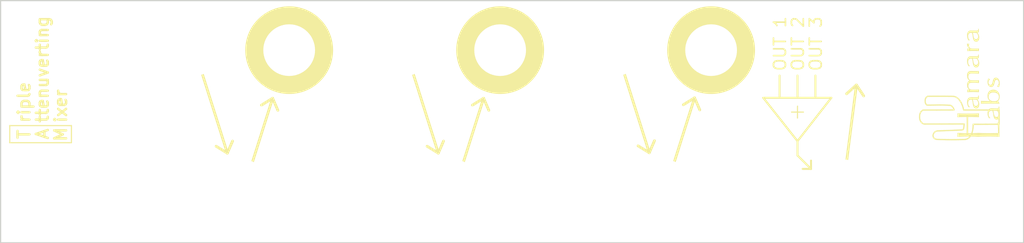
<source format=kicad_pcb>
(kicad_pcb (version 4) (host pcbnew 4.0.5)

  (general
    (links 0)
    (no_connects 0)
    (area -2.100001 -2.100001 213.3185 120.318601)
    (thickness 1.6)
    (drawings 42)
    (tracks 0)
    (zones 0)
    (modules 21)
    (nets 1)
  )

  (page A4)
  (layers
    (0 Top signal)
    (31 Bottom signal)
    (32 B.Adhes user hide)
    (33 F.Adhes user hide)
    (34 B.Paste user hide)
    (35 F.Paste user hide)
    (36 B.SilkS user)
    (37 F.SilkS user)
    (38 B.Mask user)
    (39 F.Mask user)
    (40 Dwgs.User user hide)
    (41 Cmts.User user)
    (42 Eco1.User user)
    (43 Eco2.User user)
    (44 Edge.Cuts user)
    (45 Margin user)
    (46 B.CrtYd user hide)
    (47 F.CrtYd user)
    (48 B.Fab user)
    (49 F.Fab user)
  )

  (setup
    (last_trace_width 0.25)
    (trace_clearance 0.1524)
    (zone_clearance 0.3)
    (zone_45_only no)
    (trace_min 0.2)
    (segment_width 0.15)
    (edge_width 0.15)
    (via_size 0.6)
    (via_drill 0.4)
    (via_min_size 0.4)
    (via_min_drill 0.3)
    (uvia_size 0.3)
    (uvia_drill 0.1)
    (uvias_allowed no)
    (uvia_min_size 0.2)
    (uvia_min_drill 0.1)
    (pcb_text_width 0.3)
    (pcb_text_size 1.5 1.5)
    (mod_edge_width 0.15)
    (mod_text_size 1 1)
    (mod_text_width 0.15)
    (pad_size 3.2 3.2)
    (pad_drill 3.2)
    (pad_to_mask_clearance 0.2)
    (aux_axis_origin 0 0.05)
    (visible_elements 7FFCFF6F)
    (pcbplotparams
      (layerselection 0x010a0_00000001)
      (usegerberextensions true)
      (excludeedgelayer true)
      (linewidth 0.100000)
      (plotframeref false)
      (viasonmask false)
      (mode 1)
      (useauxorigin false)
      (hpglpennumber 1)
      (hpglpenspeed 20)
      (hpglpendiameter 15)
      (hpglpenoverlay 2)
      (psnegative false)
      (psa4output false)
      (plotreference false)
      (plotvalue false)
      (plotinvisibletext false)
      (padsonsilk false)
      (subtractmaskfromsilk false)
      (outputformat 1)
      (mirror false)
      (drillshape 0)
      (scaleselection 1)
      (outputdirectory gerbers_v2/))
  )

  (net 0 "")

  (net_class Default "This is the default net class."
    (clearance 0.1524)
    (trace_width 0.25)
    (via_dia 0.6)
    (via_drill 0.4)
    (uvia_dia 0.3)
    (uvia_drill 0.1)
  )

  (net_class Ground ""
    (clearance 0.1524)
    (trace_width 0.35)
    (via_dia 0.6)
    (via_drill 0.4)
    (uvia_dia 0.3)
    (uvia_drill 0.1)
  )

  (module Daves_footprints:arrow_12.1 (layer Top) (tedit 596843F4) (tstamp 5968572B)
    (at 190.2 112.5 82.7)
    (attr virtual)
    (fp_text reference A2 (at 0.1016 3.2512 82.7) (layer F.SilkS) hide
      (effects (font (size 1 1) (thickness 0.15)))
    )
    (fp_text value arrow_12.925 (at 0.4699 -3.3528 82.7) (layer F.Fab) hide
      (effects (font (size 1 1) (thickness 0.15)))
    )
    (fp_line (start 12.211755 0) (end 10.9626 1.0795) (layer F.SilkS) (width 0.35))
    (fp_line (start 12.211755 0) (end 10.9626 -1.0795) (layer F.SilkS) (width 0.35))
    (fp_line (start 0 0) (end 12.1 0) (layer F.SilkS) (width 0.35))
  )

  (module Daves_footprints:arrow_12.1 (layer Top) (tedit 596843F4) (tstamp 59685725)
    (at 167.75 113.65 72.5)
    (attr virtual)
    (fp_text reference A2 (at 0.1016 3.2512 72.5) (layer F.SilkS) hide
      (effects (font (size 1 1) (thickness 0.15)))
    )
    (fp_text value arrow_12.925 (at 0.4699 -3.3528 72.5) (layer F.Fab) hide
      (effects (font (size 1 1) (thickness 0.15)))
    )
    (fp_line (start 12.211755 0) (end 10.9626 1.0795) (layer F.SilkS) (width 0.35))
    (fp_line (start 12.211755 0) (end 10.9626 -1.0795) (layer F.SilkS) (width 0.35))
    (fp_line (start 0 0) (end 12.1 0) (layer F.SilkS) (width 0.35))
  )

  (module Daves_footprints:arrow_12.85 (layer Top) (tedit 5968458F) (tstamp 5968571E)
    (at 161.85 96.6 287.5)
    (attr virtual)
    (fp_text reference A1 (at 0.1016 3.2512 287.5) (layer F.SilkS) hide
      (effects (font (size 1 1) (thickness 0.15)))
    )
    (fp_text value arrow_12.925 (at 0.4699 -3.3528 287.5) (layer F.Fab) hide
      (effects (font (size 1 1) (thickness 0.15)))
    )
    (fp_line (start 12.911755 0) (end 11.6626 1.0795) (layer F.SilkS) (width 0.35))
    (fp_line (start 12.911755 0) (end 11.6626 -1.0795) (layer F.SilkS) (width 0.35))
    (fp_line (start 0 0) (end 12.85 0) (layer F.SilkS) (width 0.35))
  )

  (module Daves_footprints:arrow_12.1 (layer Top) (tedit 596843F4) (tstamp 596856B3)
    (at 141.25 113.7 72.5)
    (attr virtual)
    (fp_text reference A2 (at 0.1016 3.2512 72.5) (layer F.SilkS) hide
      (effects (font (size 1 1) (thickness 0.15)))
    )
    (fp_text value arrow_12.925 (at 0.4699 -3.3528 72.5) (layer F.Fab) hide
      (effects (font (size 1 1) (thickness 0.15)))
    )
    (fp_line (start 12.211755 0) (end 10.9626 1.0795) (layer F.SilkS) (width 0.35))
    (fp_line (start 12.211755 0) (end 10.9626 -1.0795) (layer F.SilkS) (width 0.35))
    (fp_line (start 0 0) (end 12.1 0) (layer F.SilkS) (width 0.35))
  )

  (module Daves_footprints:arrow_12.85 (layer Top) (tedit 5968458F) (tstamp 596856AC)
    (at 135.35 96.65 287.5)
    (attr virtual)
    (fp_text reference A1 (at 0.1016 3.2512 287.5) (layer F.SilkS) hide
      (effects (font (size 1 1) (thickness 0.15)))
    )
    (fp_text value arrow_12.925 (at 0.4699 -3.3528 287.5) (layer F.Fab) hide
      (effects (font (size 1 1) (thickness 0.15)))
    )
    (fp_line (start 12.911755 0) (end 11.6626 1.0795) (layer F.SilkS) (width 0.35))
    (fp_line (start 12.911755 0) (end 11.6626 -1.0795) (layer F.SilkS) (width 0.35))
    (fp_line (start 0 0) (end 12.85 0) (layer F.SilkS) (width 0.35))
  )

  (module holes:hole_7.5mm (layer Top) (tedit 58A0CD37) (tstamp 5949AFE5)
    (at 114.5 113.5 90)
    (path /5946BEE9)
    (fp_text reference ATT1 (at 0.508 4.572 90) (layer F.SilkS) hide
      (effects (font (size 1 1) (thickness 0.15)))
    )
    (fp_text value 100K (at 0 -4.572 90) (layer F.Fab)
      (effects (font (size 1 1) (thickness 0.15)))
    )
    (pad "" np_thru_hole circle (at 0 0 90) (size 7.5 7.5) (drill 7.5) (layers *.Cu *.Mask))
  )

  (module holes:hole_7.5mm (layer Top) (tedit 58A0CD37) (tstamp 5949AFED)
    (at 141 113.5 90)
    (path /5946EED6)
    (fp_text reference ATT2 (at 0.508 4.572 90) (layer F.SilkS) hide
      (effects (font (size 1 1) (thickness 0.15)))
    )
    (fp_text value 100K (at 0 -4.572 90) (layer F.Fab)
      (effects (font (size 1 1) (thickness 0.15)))
    )
    (pad "" np_thru_hole circle (at 0 0 90) (size 7.5 7.5) (drill 7.5) (layers *.Cu *.Mask))
  )

  (module holes:hole_7.5mm (layer Top) (tedit 58A0CD37) (tstamp 5949AFF5)
    (at 167.5 113.5 90)
    (path /5946F1C0)
    (fp_text reference ATT3 (at 0.508 4.572 90) (layer F.SilkS) hide
      (effects (font (size 1 1) (thickness 0.15)))
    )
    (fp_text value 100K (at 0 -4.572 90) (layer F.Fab)
      (effects (font (size 1 1) (thickness 0.15)))
    )
    (pad "" np_thru_hole circle (at 0 0 90) (size 7.5 7.5) (drill 7.5) (layers *.Cu *.Mask))
  )

  (module holes:hole_7.5mm (layer Top) (tedit 58A0CD37) (tstamp 5949B0A0)
    (at 189.95 113.5 90)
    (path /59483ECC)
    (fp_text reference MIXLVL1 (at 0.508 4.572 90) (layer F.SilkS) hide
      (effects (font (size 1 1) (thickness 0.15)))
    )
    (fp_text value 100K (at 0 -4.572 90) (layer F.Fab)
      (effects (font (size 1 1) (thickness 0.15)))
    )
    (pad "" np_thru_hole circle (at 0 0 90) (size 7.5 7.5) (drill 7.5) (layers *.Cu *.Mask))
  )

  (module holes:hole_6.5mm (layer Top) (tedit 594FDE9A) (tstamp 5949B060)
    (at 108.5 96 135)
    (path /5949B0F1)
    (fp_text reference IN1 (at 0 0.5 135) (layer F.SilkS) hide
      (effects (font (size 1 1) (thickness 0.15)))
    )
    (fp_text value AUDIO-JACKERTHENVAR (at 0 -0.5 135) (layer F.Fab) hide
      (effects (font (size 1 1) (thickness 0.15)))
    )
    (pad "" np_thru_hole circle (at 0 0 135) (size 6.5 6.5) (drill 6.5) (layers *.Cu *.Mask))
    (model Dave.3dshapes/PJ-301BMjack_Nut.wrl
      (at (xyz 0 0 0))
      (scale (xyz 1 1 1))
      (rotate (xyz 0 0 0))
    )
  )

  (module holes:hole_6.5mm (layer Top) (tedit 594FDE9A) (tstamp 5949B067)
    (at 135 96 270)
    (path /594A2809)
    (fp_text reference IN2 (at 0 0.5 270) (layer F.SilkS) hide
      (effects (font (size 1 1) (thickness 0.15)))
    )
    (fp_text value AUDIO-JACKERTHENVAR (at 0 -0.5 270) (layer F.Fab) hide
      (effects (font (size 1 1) (thickness 0.15)))
    )
    (pad "" np_thru_hole circle (at 0 0 270) (size 6.5 6.5) (drill 6.5) (layers *.Cu *.Mask))
    (model Dave.3dshapes/PJ-301BMjack_Nut.wrl
      (at (xyz 0 0 0))
      (scale (xyz 1 1 1))
      (rotate (xyz 0 0 0))
    )
  )

  (module holes:hole_6.5mm (layer Top) (tedit 594FDE9A) (tstamp 5949B06E)
    (at 161.5 96 270)
    (path /594A7423)
    (fp_text reference IN3 (at 0 0.5 270) (layer F.SilkS) hide
      (effects (font (size 1 1) (thickness 0.15)))
    )
    (fp_text value AUDIO-JACKERTHENVAR (at 0 -0.5 270) (layer F.Fab) hide
      (effects (font (size 1 1) (thickness 0.15)))
    )
    (pad "" np_thru_hole circle (at 0 0 270) (size 6.5 6.5) (drill 6.5) (layers *.Cu *.Mask))
    (model Dave.3dshapes/PJ-301BMjack_Nut.wrl
      (at (xyz 0 0 0))
      (scale (xyz 1 1 1))
      (rotate (xyz 0 0 0))
    )
  )

  (module holes:hole_6.5mm (layer Top) (tedit 594FDE9A) (tstamp 5949B099)
    (at 192.35 96 90)
    (path /594AF557)
    (fp_text reference MIX1 (at 0 0.5 90) (layer F.SilkS) hide
      (effects (font (size 1 1) (thickness 0.15)))
    )
    (fp_text value AUDIO-JACKERTHENVAR (at 0 -0.5 90) (layer F.Fab) hide
      (effects (font (size 1 1) (thickness 0.15)))
    )
    (pad "" np_thru_hole circle (at 0 0 90) (size 6.5 6.5) (drill 6.5) (layers *.Cu *.Mask))
    (model Dave.3dshapes/PJ-301BMjack_Nut.wrl
      (at (xyz 0 0 0))
      (scale (xyz 1 1 1))
      (rotate (xyz 0 0 0))
    )
  )

  (module holes:hole_6.5mm (layer Top) (tedit 594FDE9A) (tstamp 5949B0A8)
    (at 120.5 96 90)
    (path /594A8692)
    (fp_text reference OUT1 (at 0 0.5 90) (layer F.SilkS) hide
      (effects (font (size 1 1) (thickness 0.15)))
    )
    (fp_text value AUDIO-JACKERTHENVAR (at 0 -0.5 90) (layer F.Fab) hide
      (effects (font (size 1 1) (thickness 0.15)))
    )
    (pad "" np_thru_hole circle (at 0 0 90) (size 6.5 6.5) (drill 6.5) (layers *.Cu *.Mask))
    (model Dave.3dshapes/PJ-301BMjack_Nut.wrl
      (at (xyz 0 0 0))
      (scale (xyz 1 1 1))
      (rotate (xyz 0 0 0))
    )
  )

  (module holes:hole_6.5mm (layer Top) (tedit 594FDE9A) (tstamp 5949B0AF)
    (at 147 96 90)
    (path /594AB1E7)
    (fp_text reference OUT2 (at 0 0.5 90) (layer F.SilkS) hide
      (effects (font (size 1 1) (thickness 0.15)))
    )
    (fp_text value AUDIO-JACKERTHENVAR (at 0 -0.5 90) (layer F.Fab) hide
      (effects (font (size 1 1) (thickness 0.15)))
    )
    (pad "" np_thru_hole circle (at 0 0 90) (size 6.5 6.5) (drill 6.5) (layers *.Cu *.Mask))
    (model Dave.3dshapes/PJ-301BMjack_Nut.wrl
      (at (xyz 0 0 0))
      (scale (xyz 1 1 1))
      (rotate (xyz 0 0 0))
    )
  )

  (module holes:hole_6.5mm (layer Top) (tedit 594FDE9A) (tstamp 5949B0B6)
    (at 173.5 96 90)
    (path /594AD6B4)
    (fp_text reference OUT3 (at 0 0.5 90) (layer F.SilkS) hide
      (effects (font (size 1 1) (thickness 0.15)))
    )
    (fp_text value AUDIO-JACKERTHENVAR (at 0 -0.5 90) (layer F.Fab) hide
      (effects (font (size 1 1) (thickness 0.15)))
    )
    (pad "" np_thru_hole circle (at 0 0 90) (size 6.5 6.5) (drill 6.5) (layers *.Cu *.Mask))
    (model Dave.3dshapes/PJ-301BMjack_Nut.wrl
      (at (xyz 0 0 0))
      (scale (xyz 1 1 1))
      (rotate (xyz 0 0 0))
    )
  )

  (module Daves_footprints:Hamara_labs_small_3 (layer Top) (tedit 0) (tstamp 59506639)
    (at 204.7 100.3 90)
    (fp_text reference G*** (at 0 0 90) (layer F.SilkS) hide
      (effects (font (thickness 0.3)))
    )
    (fp_text value LOGO (at 0.75 0 90) (layer F.SilkS) hide
      (effects (font (thickness 0.3)))
    )
    (fp_poly (pts (xy -4.029352 -5.087231) (xy -3.94359 -5.084149) (xy -3.873094 -5.079343) (xy -3.812818 -5.071716)
      (xy -3.757717 -5.060172) (xy -3.702746 -5.043615) (xy -3.642859 -5.020949) (xy -3.573012 -4.991078)
      (xy -3.559847 -4.985233) (xy -3.508019 -4.961663) (xy -3.469224 -4.942055) (xy -3.437825 -4.922541)
      (xy -3.408183 -4.899254) (xy -3.374658 -4.868328) (xy -3.340758 -4.834996) (xy -3.276979 -4.767055)
      (xy -3.228083 -4.705088) (xy -3.204831 -4.66852) (xy -3.16484 -4.5974) (xy -3.16217 -2.68986)
      (xy -3.161816 -2.452276) (xy -3.161443 -2.23425) (xy -3.161044 -2.035021) (xy -3.160613 -1.853827)
      (xy -3.160145 -1.689908) (xy -3.159631 -1.542502) (xy -3.159067 -1.410846) (xy -3.158446 -1.294181)
      (xy -3.157762 -1.191744) (xy -3.157007 -1.102773) (xy -3.156177 -1.026509) (xy -3.155264 -0.962188)
      (xy -3.154263 -0.909049) (xy -3.153166 -0.866332) (xy -3.151968 -0.833274) (xy -3.150662 -0.809114)
      (xy -3.149243 -0.793091) (xy -3.147703 -0.784443) (xy -3.146332 -0.78232) (xy -3.128441 -0.788091)
      (xy -3.113442 -0.797396) (xy -3.090722 -0.810009) (xy -3.059874 -0.821861) (xy -3.053584 -0.823736)
      (xy -3.010701 -0.842005) (xy -2.961385 -0.872886) (xy -2.910936 -0.912405) (xy -2.864654 -0.956584)
      (xy -2.842133 -0.982371) (xy -2.813433 -1.017693) (xy -2.784871 -1.052307) (xy -2.763818 -1.07732)
      (xy -2.754724 -1.088837) (xy -2.746819 -1.101727) (xy -2.739939 -1.117579) (xy -2.733922 -1.137981)
      (xy -2.728606 -1.164522) (xy -2.723827 -1.198791) (xy -2.719424 -1.242376) (xy -2.715233 -1.296867)
      (xy -2.711093 -1.363852) (xy -2.706841 -1.44492) (xy -2.702313 -1.541659) (xy -2.697349 -1.655659)
      (xy -2.692273 -1.776755) (xy -2.688587 -1.866273) (xy -2.6854 -1.946413) (xy -2.682704 -2.019226)
      (xy -2.680491 -2.086765) (xy -2.678755 -2.151081) (xy -2.677488 -2.214226) (xy -2.676682 -2.27825)
      (xy -2.67633 -2.345206) (xy -2.676424 -2.417145) (xy -2.676958 -2.496118) (xy -2.677923 -2.584178)
      (xy -2.679313 -2.683376) (xy -2.68112 -2.795763) (xy -2.683336 -2.923391) (xy -2.685954 -3.068312)
      (xy -2.687333 -3.143607) (xy -2.690134 -3.297716) (xy -2.692515 -3.432887) (xy -2.694477 -3.550497)
      (xy -2.696019 -3.651925) (xy -2.697142 -3.738547) (xy -2.697845 -3.811742) (xy -2.698128 -3.872887)
      (xy -2.697992 -3.923359) (xy -2.697436 -3.964536) (xy -2.69646 -3.997796) (xy -2.695064 -4.024517)
      (xy -2.693249 -4.046075) (xy -2.691013 -4.063849) (xy -2.688358 -4.079216) (xy -2.687299 -4.084425)
      (xy -2.677758 -4.124104) (xy -2.667473 -4.158042) (xy -2.658527 -4.179445) (xy -2.657801 -4.180613)
      (xy -2.642915 -4.195212) (xy -2.614451 -4.216968) (xy -2.576611 -4.243198) (xy -2.533596 -4.271222)
      (xy -2.489609 -4.298357) (xy -2.448852 -4.321923) (xy -2.415525 -4.339238) (xy -2.39776 -4.346564)
      (xy -2.316684 -4.366961) (xy -2.225196 -4.381275) (xy -2.129358 -4.38918) (xy -2.035229 -4.390349)
      (xy -1.94887 -4.384455) (xy -1.887851 -4.374063) (xy -1.779214 -4.340813) (xy -1.681895 -4.29531)
      (xy -1.597725 -4.238848) (xy -1.528531 -4.172721) (xy -1.476146 -4.098221) (xy -1.463944 -4.074354)
      (xy -1.43764 -4.01828) (xy -1.428642 -3.389758) (xy -1.4269 -3.240116) (xy -1.425679 -3.072576)
      (xy -1.424975 -2.889553) (xy -1.424789 -2.693461) (xy -1.425117 -2.486718) (xy -1.425957 -2.271737)
      (xy -1.427309 -2.050933) (xy -1.429169 -1.826722) (xy -1.429929 -1.748918) (xy -1.440215 -0.7366)
      (xy -1.472367 -0.6096) (xy -1.494647 -0.532811) (xy -1.521354 -0.458874) (xy -1.550626 -0.392013)
      (xy -1.5806 -0.336451) (xy -1.609413 -0.296412) (xy -1.611539 -0.294085) (xy -1.627889 -0.273734)
      (xy -1.635659 -0.258496) (xy -1.63576 -0.257402) (xy -1.642578 -0.242105) (xy -1.661169 -0.215841)
      (xy -1.688738 -0.181814) (xy -1.722491 -0.143222) (xy -1.759634 -0.103269) (xy -1.797371 -0.065154)
      (xy -1.830965 -0.033796) (xy -1.878954 0.008301) (xy -1.915847 0.039336) (xy -1.94538 0.062137)
      (xy -1.97129 0.079533) (xy -1.99731 0.094353) (xy -2.0066 0.099182) (xy -2.038804 0.119047)
      (xy -2.067524 0.14218) (xy -2.07264 0.147336) (xy -2.096744 0.167952) (xy -2.129919 0.190017)
      (xy -2.14884 0.200492) (xy -2.187542 0.221614) (xy -2.226932 0.245374) (xy -2.241824 0.255168)
      (xy -2.278477 0.277291) (xy -2.327339 0.302766) (xy -2.38142 0.328284) (xy -2.43373 0.350538)
      (xy -2.47483 0.365457) (xy -2.504095 0.376235) (xy -2.543256 0.392661) (xy -2.584048 0.411263)
      (xy -2.58572 0.412063) (xy -2.632972 0.432321) (xy -2.688033 0.452471) (xy -2.73812 0.467902)
      (xy -2.784502 0.481146) (xy -2.830757 0.495702) (xy -2.867532 0.508612) (xy -2.8702 0.509649)
      (xy -2.91303 0.524844) (xy -2.962412 0.539848) (xy -3.012468 0.553139) (xy -3.057319 0.563198)
      (xy -3.091087 0.568505) (xy -3.099595 0.568959) (xy -3.126682 0.57115) (xy -3.14369 0.575127)
      (xy -3.145855 0.577293) (xy -3.147818 0.582674) (xy -3.149589 0.592209) (xy -3.151179 0.606834)
      (xy -3.152596 0.627486) (xy -3.15385 0.655104) (xy -3.154951 0.690624) (xy -3.155909 0.734984)
      (xy -3.156733 0.789121) (xy -3.157434 0.853972) (xy -3.15802 0.930476) (xy -3.158501 1.019569)
      (xy -3.158888 1.122188) (xy -3.159189 1.239271) (xy -3.159415 1.371756) (xy -3.159576 1.520579)
      (xy -3.15968 1.686678) (xy -3.159738 1.870991) (xy -3.15976 2.074455) (xy -3.15976 3.674377)
      (xy -3.134166 3.698422) (xy -3.093463 3.746937) (xy -3.058539 3.808199) (xy -3.033595 3.874699)
      (xy -3.031783 3.881457) (xy -3.027484 3.899683) (xy -3.024126 3.918773) (xy -3.021689 3.940953)
      (xy -3.020154 3.968446) (xy -3.019502 4.003479) (xy -3.019713 4.048277) (xy -3.020768 4.105065)
      (xy -3.022648 4.176067) (xy -3.025333 4.263509) (xy -3.027817 4.339796) (xy -3.030547 4.429006)
      (xy -3.03272 4.513381) (xy -3.034301 4.590399) (xy -3.035256 4.657539) (xy -3.03555 4.712279)
      (xy -3.035149 4.752099) (xy -3.034018 4.774477) (xy -3.033806 4.776033) (xy -3.019243 4.83523)
      (xy -2.996089 4.876939) (xy -2.962269 4.902918) (xy -2.915712 4.914926) (xy -2.8691 4.915719)
      (xy -2.804118 4.91236) (xy -2.804139 4.945631) (xy -2.807931 4.971272) (xy -2.822502 4.985419)
      (xy -2.830647 4.988972) (xy -2.86178 4.997029) (xy -2.906981 5.004115) (xy -2.960002 5.009715)
      (xy -3.014598 5.013317) (xy -3.06452 5.014406) (xy -3.103521 5.012468) (xy -3.108434 5.011827)
      (xy -3.141687 5.007955) (xy -3.162342 5.009627) (xy -3.177688 5.018218) (xy -3.186713 5.026595)
      (xy -3.209637 5.04952) (xy -5.04678 5.04952) (xy -5.074313 5.027863) (xy -5.101845 5.006206)
      (xy -5.852923 5.010761) (xy -6.604 5.015317) (xy -6.604 4.976435) (xy -6.603381 4.956075)
      (xy -6.601633 4.918545) (xy -6.598927 4.866952) (xy -6.595431 4.804403) (xy -6.591313 4.734006)
      (xy -6.586863 4.660796) (xy -6.582183 4.570069) (xy -6.578179 4.461716) (xy -6.574849 4.338418)
      (xy -6.572193 4.202857) (xy -6.570211 4.057715) (xy -6.568901 3.905675) (xy -6.568264 3.749419)
      (xy -6.568269 3.725349) (xy -6.155621 3.725349) (xy -6.154941 3.906506) (xy -6.153521 4.092513)
      (xy -6.152008 4.230245) (xy -6.144337 4.84861) (xy -5.812829 4.842263) (xy -5.722052 4.840437)
      (xy -5.628381 4.838394) (xy -5.536256 4.836242) (xy -5.450118 4.83409) (xy -5.37441 4.832045)
      (xy -5.313571 4.830216) (xy -5.302316 4.829843) (xy -5.243436 4.827441) (xy -5.191232 4.824549)
      (xy -5.149257 4.821425) (xy -5.121064 4.818326) (xy -5.110633 4.815934) (xy -5.10887 4.811194)
      (xy -5.107311 4.79873) (xy -5.105953 4.777715) (xy -5.104792 4.747322) (xy -5.103827 4.706725)
      (xy -5.103053 4.655097) (xy -5.10247 4.591612) (xy -5.102073 4.515442) (xy -5.10186 4.425762)
      (xy -5.101828 4.321745) (xy -5.101975 4.202564) (xy -5.102297 4.067393) (xy -5.102792 3.915404)
      (xy -5.103457 3.745773) (xy -5.10429 3.557671) (xy -5.105288 3.350273) (xy -5.105548 3.298129)
      (xy -5.113142 1.78816) (xy -5.242994 1.78816) (xy -5.308134 1.786689) (xy -5.380932 1.782721)
      (xy -5.451039 1.77692) (xy -5.493123 1.772104) (xy -5.563844 1.761664) (xy -5.645211 1.74801)
      (xy -5.732374 1.7321) (xy -5.820482 1.714893) (xy -5.904682 1.697346) (xy -5.980123 1.680417)
      (xy -6.041954 1.665064) (xy -6.059075 1.660355) (xy -6.098959 1.649647) (xy -6.130944 1.642266)
      (xy -6.150431 1.639214) (xy -6.154083 1.639655) (xy -6.154962 1.650729) (xy -6.154831 1.679096)
      (xy -6.15382 1.721763) (xy -6.15206 1.775735) (xy -6.149681 1.838017) (xy -6.146815 1.905617)
      (xy -6.143592 1.975539) (xy -6.140144 2.044789) (xy -6.136601 2.110373) (xy -6.133093 2.169297)
      (xy -6.129752 2.218567) (xy -6.127614 2.24536) (xy -6.124317 2.291445) (xy -6.122625 2.338935)
      (xy -6.122612 2.391286) (xy -6.124352 2.451953) (xy -6.127919 2.524393) (xy -6.133388 2.61206)
      (xy -6.13645 2.65684) (xy -6.14108 2.737352) (xy -6.145107 2.836458) (xy -6.148512 2.952439)
      (xy -6.151279 3.083578) (xy -6.15339 3.228156) (xy -6.154829 3.384456) (xy -6.155578 3.55076)
      (xy -6.155621 3.725349) (xy -6.568269 3.725349) (xy -6.568299 3.591627) (xy -6.569005 3.434983)
      (xy -6.570382 3.282169) (xy -6.57243 3.135866) (xy -6.575147 2.998757) (xy -6.578533 2.873523)
      (xy -6.582588 2.762847) (xy -6.587255 2.670345) (xy -6.592561 2.579498) (xy -6.596465 2.504292)
      (xy -6.59899 2.440098) (xy -6.600158 2.382286) (xy -6.59999 2.326228) (xy -6.598508 2.267293)
      (xy -6.595735 2.200853) (xy -6.591691 2.122279) (xy -6.589989 2.091225) (xy -6.585388 2.004389)
      (xy -6.580831 1.911727) (xy -6.576571 1.818933) (xy -6.572867 1.7317) (xy -6.569972 1.655723)
      (xy -6.568756 1.61874) (xy -6.56288 1.423921) (xy -6.585885 1.41662) (xy -6.600994 1.407067)
      (xy -6.627083 1.385698) (xy -6.660992 1.35529) (xy -6.699559 1.318618) (xy -6.716845 1.301559)
      (xy -6.778737 1.236808) (xy -6.828076 1.17798) (xy -6.86922 1.119732) (xy -6.882797 1.097987)
      (xy -6.921883 1.032261) (xy -6.95079 0.980625) (xy -6.97078 0.940375) (xy -6.983113 0.908809)
      (xy -6.989051 0.883223) (xy -6.99008 0.868054) (xy -6.992975 0.838838) (xy -7.000516 0.799474)
      (xy -7.00967 0.763577) (xy -7.013081 0.750842) (xy -7.016112 0.736712) (xy -7.018805 0.71985)
      (xy -7.021202 0.69892) (xy -7.023345 0.672584) (xy -7.025277 0.639508) (xy -7.02704 0.598353)
      (xy -7.028676 0.547783) (xy -7.030228 0.486463) (xy -7.031738 0.413054) (xy -7.033249 0.326222)
      (xy -7.034803 0.224628) (xy -7.036442 0.106938) (xy -7.038208 -0.028187) (xy -7.040145 -0.182082)
      (xy -7.04047 -0.20828) (xy -7.042648 -0.392423) (xy -7.044371 -0.559404) (xy -7.045631 -0.712376)
      (xy -7.046422 -0.854491) (xy -7.046735 -0.988904) (xy -7.046622 -1.074154) (xy -6.894311 -1.074154)
      (xy -6.894271 -0.94495) (xy -6.893748 -0.809796) (xy -6.892747 -0.665559) (xy -6.891278 -0.509105)
      (xy -6.889348 -0.337299) (xy -6.88801 -0.2286) (xy -6.885951 -0.06898) (xy -6.884029 0.07159)
      (xy -6.88221 0.194377) (xy -6.880456 0.300648) (xy -6.878733 0.391672) (xy -6.877004 0.468717)
      (xy -6.875233 0.533051) (xy -6.873383 0.585941) (xy -6.87142 0.628657) (xy -6.869307 0.662466)
      (xy -6.867008 0.688635) (xy -6.864488 0.708434) (xy -6.861709 0.723129) (xy -6.860896 0.72644)
      (xy -6.850754 0.769963) (xy -6.842002 0.815094) (xy -6.838419 0.8382) (xy -6.825832 0.885432)
      (xy -6.800685 0.941778) (xy -6.765703 1.002962) (xy -6.723611 1.064707) (xy -6.677133 1.122737)
      (xy -6.628992 1.172775) (xy -6.620169 1.180773) (xy -6.560138 1.233857) (xy -6.566053 0.822668)
      (xy -6.567982 0.714924) (xy -6.570741 0.597855) (xy -6.574165 0.476665) (xy -6.578086 0.356562)
      (xy -6.582339 0.24275) (xy -6.586756 0.140437) (xy -6.589834 0.078895) (xy -6.593963 -0.001248)
      (xy -6.597417 -0.074786) (xy -6.600106 -0.139294) (xy -6.601944 -0.192346) (xy -6.602843 -0.231517)
      (xy -6.602714 -0.25438) (xy -6.602052 -0.259336) (xy -6.590274 -0.260633) (xy -6.562586 -0.259871)
      (xy -6.523272 -0.257258) (xy -6.481959 -0.253541) (xy -6.405258 -0.247955) (xy -6.333246 -0.24778)
      (xy -6.254345 -0.253031) (xy -6.245993 -0.25382) (xy -6.198837 -0.258098) (xy -6.159797 -0.261126)
      (xy -6.132877 -0.26263) (xy -6.122084 -0.262336) (xy -6.122061 -0.26231) (xy -6.121644 -0.250843)
      (xy -6.122411 -0.219259) (xy -6.124353 -0.167727) (xy -6.127464 -0.096415) (xy -6.131735 -0.005492)
      (xy -6.13716 0.104873) (xy -6.143731 0.234513) (xy -6.146399 0.286331) (xy -6.14999 0.367771)
      (xy -6.153057 0.460183) (xy -6.155374 0.554922) (xy -6.156717 0.643339) (xy -6.15696 0.690753)
      (xy -6.15696 0.890848) (xy -5.941962 0.897544) (xy -5.877416 0.899139) (xy -5.795216 0.900509)
      (xy -5.698025 0.901655) (xy -5.588509 0.902576) (xy -5.46933 0.903273) (xy -5.343153 0.903745)
      (xy -5.212643 0.903993) (xy -5.080464 0.904017) (xy -4.949279 0.903817) (xy -4.821754 0.903392)
      (xy -4.700552 0.902743) (xy -4.588337 0.901871) (xy -4.487774 0.900775) (xy -4.401527 0.899455)
      (xy -4.332261 0.897911) (xy -4.318031 0.897494) (xy -4.101424 0.890748) (xy -4.108444 0.544434)
      (xy -4.110688 0.448853) (xy -4.113603 0.347752) (xy -4.11701 0.246037) (xy -4.120732 0.148614)
      (xy -4.124589 0.06039) (xy -4.128402 -0.01373) (xy -4.129388 -0.03048) (xy -4.133261 -0.096355)
      (xy -4.136447 -0.155083) (xy -4.13881 -0.203752) (xy -4.140215 -0.23945) (xy -4.140525 -0.259262)
      (xy -4.140219 -0.26231) (xy -4.129515 -0.262642) (xy -4.102634 -0.261169) (xy -4.063611 -0.258164)
      (xy -4.016481 -0.253904) (xy -4.015608 -0.25382) (xy -3.935438 -0.248048) (xy -3.863268 -0.247703)
      (xy -3.787518 -0.252771) (xy -3.779642 -0.253541) (xy -3.733605 -0.257645) (xy -3.695407 -0.260111)
      (xy -3.669321 -0.260725) (xy -3.659752 -0.259539) (xy -3.658934 -0.248411) (xy -3.659229 -0.219524)
      (xy -3.660545 -0.175402) (xy -3.662788 -0.118572) (xy -3.665866 -0.051557) (xy -3.669683 0.023117)
      (xy -3.671326 0.053292) (xy -3.675198 0.136822) (xy -3.678591 0.237312) (xy -3.681502 0.352361)
      (xy -3.683932 0.479567) (xy -3.685877 0.616532) (xy -3.687336 0.760854) (xy -3.688308 0.910132)
      (xy -3.68879 1.061967) (xy -3.688782 1.213958) (xy -3.688281 1.363704) (xy -3.687285 1.508805)
      (xy -3.685793 1.646859) (xy -3.683804 1.775468) (xy -3.681315 1.89223) (xy -3.678325 1.994744)
      (xy -3.674832 2.080611) (xy -3.672788 2.11836) (xy -3.6686 2.189164) (xy -3.664856 2.255381)
      (xy -3.661735 2.313592) (xy -3.659416 2.360379) (xy -3.65808 2.392324) (xy -3.657826 2.40284)
      (xy -3.6576 2.44348) (xy -4.145668 2.44348) (xy -4.139991 2.37236) (xy -4.133348 2.284392)
      (xy -4.127704 2.198388) (xy -4.122936 2.111173) (xy -4.118922 2.019569) (xy -4.115538 1.9204)
      (xy -4.112662 1.81049) (xy -4.110171 1.686662) (xy -4.107941 1.54574) (xy -4.107909 1.54343)
      (xy -4.101489 1.090421) (xy -4.241831 1.08369) (xy -4.280251 1.08239) (xy -4.336856 1.081234)
      (xy -4.409511 1.080222) (xy -4.496082 1.079355) (xy -4.594434 1.078632) (xy -4.702433 1.078054)
      (xy -4.817943 1.07762) (xy -4.938832 1.07733) (xy -5.062963 1.077185) (xy -5.188202 1.077185)
      (xy -5.312416 1.07733) (xy -5.433469 1.077619) (xy -5.549226 1.078052) (xy -5.657553 1.078631)
      (xy -5.756316 1.079354) (xy -5.84338 1.080222) (xy -5.91661 1.081235) (xy -5.973872 1.082393)
      (xy -6.01218 1.083657) (xy -6.156961 1.09028) (xy -6.15696 1.276399) (xy -6.15696 1.462518)
      (xy -6.12902 1.476883) (xy -6.101817 1.488245) (xy -6.059677 1.502751) (xy -6.007463 1.518978)
      (xy -5.950038 1.535501) (xy -5.892266 1.550893) (xy -5.839008 1.563731) (xy -5.815509 1.568762)
      (xy -5.709406 1.587813) (xy -5.592853 1.604591) (xy -5.472267 1.618422) (xy -5.354065 1.628629)
      (xy -5.244665 1.63454) (xy -5.178599 1.635759) (xy -5.115983 1.635857) (xy -5.070394 1.636428)
      (xy -5.03854 1.637894) (xy -5.017128 1.640674) (xy -5.002866 1.645187) (xy -4.992462 1.651855)
      (xy -4.983019 1.660698) (xy -4.95808 1.685636) (xy -4.95808 2.146695) (xy -4.958013 2.222589)
      (xy -4.957817 2.316655) (xy -4.957502 2.426741) (xy -4.957078 2.5507) (xy -4.956552 2.686382)
      (xy -4.955935 2.831638) (xy -4.955237 2.98432) (xy -4.954466 3.142277) (xy -4.953631 3.303362)
      (xy -4.952743 3.465425) (xy -4.95181 3.626316) (xy -4.951319 3.707268) (xy -4.944558 4.806783)
      (xy -4.863314 4.799696) (xy -4.823037 4.796606) (xy -4.799341 4.796303) (xy -4.788623 4.799213)
      (xy -4.78728 4.805762) (xy -4.788199 4.808583) (xy -4.794194 4.829182) (xy -4.800588 4.857972)
      (xy -4.801135 4.860838) (xy -4.807942 4.89712) (xy -4.348615 4.89712) (xy -4.38334 4.851627)
      (xy -4.416507 4.792238) (xy -4.434289 4.724343) (xy -4.437182 4.652111) (xy -4.435358 4.640624)
      (xy -4.1148 4.640624) (xy -4.113908 4.683589) (xy -4.109931 4.714205) (xy -4.100924 4.740412)
      (xy -4.084942 4.77015) (xy -4.081716 4.775584) (xy -4.046733 4.822618) (xy -4.00216 4.858547)
      (xy -3.993265 4.864035) (xy -3.937899 4.89712) (xy -3.594074 4.89712) (xy -3.592628 4.896389)
      (xy -3.39852 4.896389) (xy -3.35534 4.896754) (xy -3.328143 4.895801) (xy -3.315635 4.89017)
      (xy -3.31224 4.876627) (xy -3.31216 4.87172) (xy -3.316763 4.851656) (xy -3.331062 4.848386)
      (xy -3.355798 4.861905) (xy -3.36804 4.871405) (xy -3.39852 4.896389) (xy -3.592628 4.896389)
      (xy -3.531857 4.865685) (xy -3.483236 4.838388) (xy -3.435362 4.806776) (xy -3.39308 4.774449)
      (xy -3.361233 4.745006) (xy -3.348692 4.729536) (xy -3.342238 4.714524) (xy -3.337157 4.689794)
      (xy -3.333155 4.65266) (xy -3.329938 4.600436) (xy -3.327348 4.534632) (xy -3.325125 4.472993)
      (xy -3.32265 4.414106) (xy -3.320153 4.362858) (xy -3.317865 4.324133) (xy -3.316699 4.309061)
      (xy -3.311673 4.254402) (xy -3.344937 4.261151) (xy -3.365466 4.264873) (xy -3.402189 4.271092)
      (xy -3.451224 4.279169) (xy -3.508689 4.288463) (xy -3.56616 4.297618) (xy -3.654731 4.312058)
      (xy -3.726459 4.324899) (xy -3.784677 4.336953) (xy -3.83272 4.349031) (xy -3.87392 4.361945)
      (xy -3.911612 4.376506) (xy -3.937482 4.388014) (xy -4.006315 4.425778) (xy -4.056673 4.467557)
      (xy -4.090345 4.515902) (xy -4.109123 4.573364) (xy -4.1148 4.640624) (xy -4.435358 4.640624)
      (xy -4.425683 4.579712) (xy -4.400288 4.511316) (xy -4.361491 4.451094) (xy -4.332091 4.42071)
      (xy -4.299851 4.393912) (xy -4.266846 4.370364) (xy -4.231141 4.349502) (xy -4.190798 4.330762)
      (xy -4.143883 4.31358) (xy -4.088457 4.297392) (xy -4.022586 4.281633) (xy -3.944331 4.26574)
      (xy -3.851757 4.249149) (xy -3.742927 4.231295) (xy -3.615905 4.211615) (xy -3.612473 4.211094)
      (xy -3.524728 4.195541) (xy -3.451193 4.177864) (xy -3.393793 4.158619) (xy -3.354456 4.138367)
      (xy -3.349702 4.134863) (xy -3.327752 4.10543) (xy -3.31657 4.063057) (xy -3.315438 4.01157)
      (xy -3.323641 3.954791) (xy -3.340459 3.896544) (xy -3.365175 3.840653) (xy -3.397073 3.790941)
      (xy -3.418904 3.766123) (xy -3.474368 3.720397) (xy -3.53727 3.687709) (xy -3.610635 3.667038)
      (xy -3.69749 3.657367) (xy -3.744852 3.656332) (xy -3.862531 3.664447) (xy -3.969258 3.688181)
      (xy -4.064055 3.727193) (xy -4.145943 3.781138) (xy -4.175249 3.807192) (xy -4.204395 3.833135)
      (xy -4.230264 3.852171) (xy -4.247824 3.86066) (xy -4.24932 3.8608) (xy -4.258472 3.858916)
      (xy -4.263763 3.850604) (xy -4.265943 3.831873) (xy -4.265761 3.798732) (xy -4.265071 3.77698)
      (xy -4.26212 3.69316) (xy -4.148211 3.636085) (xy -4.055235 3.593983) (xy -3.9644 3.562976)
      (xy -3.8685 3.541033) (xy -3.760329 3.526125) (xy -3.75651 3.525734) (xy -3.653049 3.52045)
      (xy -3.549493 3.524782) (xy -3.452485 3.538199) (xy -3.382621 3.555565) (xy -3.349392 3.565889)
      (xy -3.325003 3.573295) (xy -3.314708 3.576188) (xy -3.3147 3.576188) (xy -3.314412 3.566228)
      (xy -3.314132 3.537052) (xy -3.313863 3.489765) (xy -3.313608 3.425474) (xy -3.313367 3.345281)
      (xy -3.313142 3.250293) (xy -3.312936 3.141613) (xy -3.31275 3.020347) (xy -3.312587 2.8876)
      (xy -3.312447 2.744476) (xy -3.312332 2.592081) (xy -3.312246 2.431518) (xy -3.312188 2.263893)
      (xy -3.312162 2.090311) (xy -3.31216 2.036618) (xy -3.31216 0.496916) (xy -3.2893 0.47444)
      (xy -3.263119 0.458105) (xy -3.219838 0.442504) (xy -3.18516 0.433603) (xy -3.142456 0.423655)
      (xy -3.103589 0.414079) (xy -3.075906 0.406696) (xy -3.072679 0.40574) (xy -3.04516 0.398935)
      (xy -3.02446 0.396239) (xy -3.005989 0.39319) (xy -2.975764 0.385299) (xy -2.948981 0.377055)
      (xy -2.91375 0.365712) (xy -2.866466 0.350784) (xy -2.814519 0.334593) (xy -2.78384 0.325133)
      (xy -2.73525 0.309229) (xy -2.689517 0.29252) (xy -2.65289 0.277375) (xy -2.63652 0.269263)
      (xy -2.60239 0.252429) (xy -2.561022 0.235485) (xy -2.54 0.228134) (xy -2.500457 0.213671)
      (xy -2.454143 0.194265) (xy -2.41808 0.177491) (xy -2.384136 0.160899) (xy -2.35687 0.147918)
      (xy -2.341825 0.141182) (xy -2.341345 0.141002) (xy -2.319092 0.129815) (xy -2.286768 0.109844)
      (xy -2.250167 0.084996) (xy -2.215082 0.059182) (xy -2.190847 0.03946) (xy -2.159277 0.014359)
      (xy -2.126783 -0.007686) (xy -2.11328 -0.01535) (xy -2.086691 -0.029973) (xy -2.059707 -0.047631)
      (xy -2.028308 -0.071287) (xy -1.988473 -0.103903) (xy -1.957745 -0.12995) (xy -1.909675 -0.171641)
      (xy -1.873134 -0.205454) (xy -1.843781 -0.236199) (xy -1.817275 -0.268687) (xy -1.789275 -0.307732)
      (xy -1.76533 -0.343241) (xy -1.721499 -0.40995) (xy -1.687661 -0.464409) (xy -1.66202 -0.510923)
      (xy -1.642783 -0.553794) (xy -1.628157 -0.597328) (xy -1.616349 -0.645827) (xy -1.605564 -0.703596)
      (xy -1.59929 -0.74168) (xy -1.596981 -0.757417) (xy -1.594885 -0.775178) (xy -1.592989 -0.795967)
      (xy -1.591284 -0.820789) (xy -1.589759 -0.850648) (xy -1.588401 -0.886548) (xy -1.587201 -0.929493)
      (xy -1.586147 -0.980487) (xy -1.585228 -1.040534) (xy -1.584433 -1.110638) (xy -1.583752 -1.191804)
      (xy -1.583173 -1.285036) (xy -1.582685 -1.391337) (xy -1.582277 -1.511712) (xy -1.581938 -1.647165)
      (xy -1.581657 -1.798699) (xy -1.581424 -1.96732) (xy -1.581226 -2.154031) (xy -1.581054 -2.359837)
      (xy -1.581018 -2.40792) (xy -1.57988 -3.96748) (xy -1.602455 -4.009696) (xy -1.62539 -4.043416)
      (xy -1.659072 -4.082304) (xy -1.697529 -4.120307) (xy -1.73479 -4.151376) (xy -1.755932 -4.165202)
      (xy -1.801044 -4.18871) (xy -1.840589 -4.205796) (xy -1.87967 -4.217649) (xy -1.923389 -4.22546)
      (xy -1.97685 -4.230418) (xy -2.045156 -4.23371) (xy -2.05079 -4.233915) (xy -2.133978 -4.235705)
      (xy -2.198861 -4.234376) (xy -2.247223 -4.229868) (xy -2.26415 -4.226769) (xy -2.322895 -4.209858)
      (xy -2.38182 -4.186084) (xy -2.436977 -4.157731) (xy -2.48442 -4.127082) (xy -2.5202 -4.096422)
      (xy -2.540371 -4.068036) (xy -2.540946 -4.066595) (xy -2.542851 -4.052239) (xy -2.544188 -4.02047)
      (xy -2.544952 -3.970955) (xy -2.545142 -3.903361) (xy -2.544755 -3.817356) (xy -2.543791 -3.712607)
      (xy -2.542245 -3.58878) (xy -2.540118 -3.445544) (xy -2.537405 -3.282565) (xy -2.535127 -3.154923)
      (xy -2.5323 -2.999354) (xy -2.529868 -2.862089) (xy -2.527838 -2.741116) (xy -2.526216 -2.634423)
      (xy -2.525008 -2.539997) (xy -2.524222 -2.455827) (xy -2.523863 -2.379899) (xy -2.523939 -2.310204)
      (xy -2.524455 -2.244727) (xy -2.525419 -2.181456) (xy -2.526837 -2.118381) (xy -2.528715 -2.053487)
      (xy -2.53106 -1.984764) (xy -2.533878 -1.910199) (xy -2.537177 -1.82778) (xy -2.539638 -1.76769)
      (xy -2.545299 -1.632434) (xy -2.550446 -1.515898) (xy -2.555225 -1.416493) (xy -2.559785 -1.33263)
      (xy -2.564273 -1.262718) (xy -2.568836 -1.20517) (xy -2.573623 -1.158395) (xy -2.57878 -1.120804)
      (xy -2.584456 -1.090809) (xy -2.590798 -1.06682) (xy -2.597953 -1.047247) (xy -2.606069 -1.030502)
      (xy -2.608501 -1.02616) (xy -2.639579 -0.980656) (xy -2.682372 -0.929891) (xy -2.733388 -0.876978)
      (xy -2.789135 -0.825027) (xy -2.846122 -0.77715) (xy -2.900854 -0.736457) (xy -2.94984 -0.706061)
      (xy -2.985542 -0.690262) (xy -3.019795 -0.676434) (xy -3.054562 -0.658042) (xy -3.058266 -0.655725)
      (xy -3.086764 -0.642557) (xy -3.127922 -0.629501) (xy -3.17416 -0.618447) (xy -3.217895 -0.611286)
      (xy -3.243287 -0.6096) (xy -3.262221 -0.615657) (xy -3.283095 -0.629022) (xy -3.30708 -0.648443)
      (xy -3.31216 -2.608426) (xy -3.31724 -4.568408) (xy -3.344323 -4.609331) (xy -3.363574 -4.634793)
      (xy -3.392523 -4.668816) (xy -3.426304 -4.705791) (xy -3.443363 -4.723507) (xy -3.473574 -4.753468)
      (xy -3.49964 -4.776439) (xy -3.526241 -4.79541) (xy -3.558057 -4.813376) (xy -3.599766 -4.833327)
      (xy -3.64996 -4.855597) (xy -3.712887 -4.881947) (xy -3.768663 -4.902107) (xy -3.82173 -4.916862)
      (xy -3.876532 -4.927002) (xy -3.93751 -4.933314) (xy -4.009108 -4.936583) (xy -4.095769 -4.9376)
      (xy -4.112676 -4.937605) (xy -4.184692 -4.936978) (xy -4.24107 -4.934997) (xy -4.286471 -4.931284)
      (xy -4.325552 -4.925462) (xy -4.361817 -4.917447) (xy -4.43133 -4.896917) (xy -4.499787 -4.871276)
      (xy -4.562215 -4.842756) (xy -4.613643 -4.813586) (xy -4.644016 -4.790841) (xy -4.668339 -4.770515)
      (xy -4.687447 -4.757478) (xy -4.694177 -4.75488) (xy -4.710455 -4.747139) (xy -4.735726 -4.72604)
      (xy -4.767189 -4.694769) (xy -4.80204 -4.656514) (xy -4.837477 -4.614461) (xy -4.870695 -4.571797)
      (xy -4.898893 -4.531708) (xy -4.917209 -4.501313) (xy -4.918605 -4.495319) (xy -4.91988 -4.482348)
      (xy -4.921035 -4.461743) (xy -4.922071 -4.432851) (xy -4.922989 -4.395016) (xy -4.923792 -4.347583)
      (xy -4.924479 -4.289897) (xy -4.925054 -4.221302) (xy -4.925516 -4.141145) (xy -4.925867 -4.048769)
      (xy -4.92611 -3.943521) (xy -4.926244 -3.824743) (xy -4.926272 -3.691783) (xy -4.926194 -3.543984)
      (xy -4.926013 -3.380691) (xy -4.925728 -3.20125) (xy -4.925343 -3.005006) (xy -4.924858 -2.791302)
      (xy -4.924274 -2.559485) (xy -4.923594 -2.308899) (xy -4.922817 -2.038889) (xy -4.922508 -1.934612)
      (xy -4.91491 0.607993) (xy -4.941114 0.634196) (xy -4.964125 0.651843) (xy -4.985671 0.660278)
      (xy -4.98776 0.6604) (xy -5.017384 0.659302) (xy -5.061888 0.65626) (xy -5.11765 0.651648)
      (xy -5.181051 0.645839) (xy -5.24847 0.63921) (xy -5.316288 0.632133) (xy -5.380885 0.624984)
      (xy -5.43864 0.618138) (xy -5.485933 0.611968) (xy -5.519145 0.60685) (xy -5.53212 0.60408)
      (xy -5.571492 0.592975) (xy -5.610771 0.582396) (xy -5.62356 0.579107) (xy -5.689524 0.552781)
      (xy -5.743499 0.510511) (xy -5.784781 0.453256) (xy -5.812662 0.381971) (xy -5.825874 0.3048)
      (xy -5.826895 0.287198) (xy -5.828608 0.250707) (xy -5.830957 0.196745) (xy -5.83389 0.126728)
      (xy -5.837353 0.042074) (xy -5.841291 -0.055799) (xy -5.845651 -0.165475) (xy -5.850379 -0.285536)
      (xy -5.855422 -0.414564) (xy -5.860724 -0.551143) (xy -5.866233 -0.693854) (xy -5.871894 -0.841282)
      (xy -5.877654 -0.992007) (xy -5.883458 -1.144614) (xy -5.889254 -1.297684) (xy -5.894986 -1.449801)
      (xy -5.900602 -1.599546) (xy -5.906047 -1.745503) (xy -5.911267 -1.886255) (xy -5.916209 -2.020383)
      (xy -5.920819 -2.146471) (xy -5.925042 -2.263101) (xy -5.928825 -2.368856) (xy -5.932114 -2.462319)
      (xy -5.934856 -2.542072) (xy -5.936996 -2.606698) (xy -5.93848 -2.65478) (xy -5.938823 -2.667)
      (xy -5.942122 -2.739731) (xy -5.947966 -2.796911) (xy -5.95692 -2.843212) (xy -5.962619 -2.863358)
      (xy -5.981503 -2.912329) (xy -6.008055 -2.967053) (xy -6.038496 -3.020709) (xy -6.069048 -3.066477)
      (xy -6.087934 -3.089586) (xy -6.115768 -3.113356) (xy -6.157354 -3.141312) (xy -6.207434 -3.170475)
      (xy -6.260747 -3.197864) (xy -6.312032 -3.220499) (xy -6.332543 -3.228165) (xy -6.366605 -3.23936)
      (xy -6.393898 -3.245668) (xy -6.421324 -3.247639) (xy -6.455785 -3.245828) (xy -6.498401 -3.241433)
      (xy -6.571207 -3.229662) (xy -6.62792 -3.212627) (xy -6.667157 -3.190855) (xy -6.685014 -3.170418)
      (xy -6.700954 -3.151729) (xy -6.725216 -3.133309) (xy -6.726818 -3.132352) (xy -6.746985 -3.115334)
      (xy -6.768184 -3.086091) (xy -6.792523 -3.041539) (xy -6.801771 -3.0226) (xy -6.820626 -2.981847)
      (xy -6.83376 -2.948467) (xy -6.842751 -2.916218) (xy -6.84918 -2.878858) (xy -6.854627 -2.830144)
      (xy -6.85706 -2.80416) (xy -6.859137 -2.773317) (xy -6.861503 -2.724069) (xy -6.864102 -2.658328)
      (xy -6.866876 -2.578006) (xy -6.869769 -2.485016) (xy -6.872723 -2.381269) (xy -6.875683 -2.268677)
      (xy -6.87859 -2.149153) (xy -6.881388 -2.024609) (xy -6.883963 -1.89992) (xy -6.886986 -1.740607)
      (xy -6.88948 -1.594146) (xy -6.891452 -1.457404) (xy -6.892909 -1.327247) (xy -6.89386 -1.200542)
      (xy -6.894311 -1.074154) (xy -7.046622 -1.074154) (xy -7.046562 -1.118767) (xy -7.045897 -1.247234)
      (xy -7.044731 -1.377457) (xy -7.043057 -1.512589) (xy -7.040868 -1.655783) (xy -7.038154 -1.810193)
      (xy -7.036359 -1.905) (xy -7.033381 -2.058302) (xy -7.030713 -2.192783) (xy -7.028294 -2.309941)
      (xy -7.026061 -2.411272) (xy -7.023952 -2.498273) (xy -7.021905 -2.57244) (xy -7.019856 -2.63527)
      (xy -7.017743 -2.68826) (xy -7.015503 -2.732906) (xy -7.013075 -2.770704) (xy -7.010395 -2.803152)
      (xy -7.007401 -2.831746) (xy -7.004031 -2.857982) (xy -7.000222 -2.883357) (xy -6.995911 -2.909368)
      (xy -6.993908 -2.921) (xy -6.9791 -2.984392) (xy -6.957349 -3.048833) (xy -6.930747 -3.109962)
      (xy -6.901385 -3.163419) (xy -6.871354 -3.20484) (xy -6.847087 -3.227179) (xy -6.817576 -3.250786)
      (xy -6.791763 -3.277485) (xy -6.788333 -3.281889) (xy -6.751635 -3.316825) (xy -6.69914 -3.346779)
      (xy -6.634977 -3.370743) (xy -6.563277 -3.387708) (xy -6.48817 -3.396664) (xy -6.413785 -3.396604)
      (xy -6.352509 -3.388354) (xy -6.290819 -3.372628) (xy -6.23236 -3.351258) (xy -6.171796 -3.321841)
      (xy -6.103797 -3.281975) (xy -6.073324 -3.262566) (xy -6.008211 -3.215818) (xy -5.955109 -3.166367)
      (xy -5.911082 -3.110216) (xy -5.873193 -3.043366) (xy -5.838508 -2.961819) (xy -5.824841 -2.924096)
      (xy -5.809409 -2.878346) (xy -5.798927 -2.84153) (xy -5.792332 -2.807207) (xy -5.788565 -2.768935)
      (xy -5.786564 -2.720271) (xy -5.785843 -2.68732) (xy -5.78478 -2.641605) (xy -5.783016 -2.579214)
      (xy -5.780608 -2.501549) (xy -5.777609 -2.410013) (xy -5.774073 -2.306006) (xy -5.770054 -2.190931)
      (xy -5.765608 -2.066188) (xy -5.760787 -1.93318) (xy -5.755648 -1.793307) (xy -5.750243 -1.647971)
      (xy -5.744627 -1.498574) (xy -5.738854 -1.346518) (xy -5.732979 -1.193203) (xy -5.727056 -1.040031)
      (xy -5.721139 -0.888405) (xy -5.715282 -0.739724) (xy -5.709541 -0.595392) (xy -5.703968 -0.456809)
      (xy -5.698619 -0.325376) (xy -5.693548 -0.202497) (xy -5.688809 -0.089571) (xy -5.684455 0.012)
      (xy -5.680543 0.100813) (xy -5.677125 0.175468) (xy -5.674256 0.234563) (xy -5.671991 0.276696)
      (xy -5.670384 0.300467) (xy -5.66995 0.304437) (xy -5.660485 0.351734) (xy -5.646611 0.385055)
      (xy -5.624383 0.408603) (xy -5.589856 0.426584) (xy -5.539993 0.442939) (xy -5.502946 0.451501)
      (xy -5.450509 0.460778) (xy -5.387573 0.470168) (xy -5.319025 0.47907) (xy -5.249755 0.486883)
      (xy -5.18465 0.493004) (xy -5.128599 0.496832) (xy -5.093859 0.49784) (xy -5.067412 0.49784)
      (xy -5.074852 -1.98374) (xy -5.075644 -2.251745) (xy -5.076354 -2.500176) (xy -5.076979 -2.729781)
      (xy -5.077517 -2.941307) (xy -5.077965 -3.135501) (xy -5.078321 -3.313108) (xy -5.078582 -3.474877)
      (xy -5.078747 -3.621554) (xy -5.078814 -3.753886) (xy -5.078779 -3.87262) (xy -5.07864 -3.978502)
      (xy -5.078396 -4.07228) (xy -5.078044 -4.1547) (xy -5.077582 -4.226509) (xy -5.077007 -4.288454)
      (xy -5.076318 -4.341281) (xy -5.075511 -4.385739) (xy -5.074585 -4.422573) (xy -5.073537 -4.45253)
      (xy -5.072365 -4.476357) (xy -5.071067 -4.494801) (xy -5.06964 -4.508609) (xy -5.068082 -4.518528)
      (xy -5.067075 -4.522957) (xy -5.050905 -4.564906) (xy -5.023621 -4.615393) (xy -4.988293 -4.670333)
      (xy -4.947995 -4.72564) (xy -4.905799 -4.777227) (xy -4.864777 -4.821008) (xy -4.828001 -4.852897)
      (xy -4.81076 -4.863854) (xy -4.786218 -4.879509) (xy -4.755074 -4.903103) (xy -4.733301 -4.921459)
      (xy -4.70363 -4.944918) (xy -4.668616 -4.966416) (xy -4.624831 -4.987574) (xy -4.568846 -5.010013)
      (xy -4.497236 -5.035355) (xy -4.480882 -5.040866) (xy -4.419459 -5.059279) (xy -4.357734 -5.072872)
      (xy -4.291736 -5.082053) (xy -4.217491 -5.08723) (xy -4.131028 -5.088811) (xy -4.029352 -5.087231)) (layer F.SilkS) (width 0.01))
    (fp_poly (pts (xy -2.086722 2.75336) (xy -2.08885 2.78126) (xy -2.091398 2.829083) (xy -2.094366 2.896881)
      (xy -2.097758 2.984706) (xy -2.101575 3.09261) (xy -2.105818 3.220646) (xy -2.110491 3.368865)
      (xy -2.115594 3.537321) (xy -2.118453 3.63413) (xy -2.124465 3.839261) (xy -2.029973 3.745828)
      (xy -1.945799 3.671481) (xy -1.859559 3.614265) (xy -1.766127 3.571221) (xy -1.68148 3.544668)
      (xy -1.616466 3.532375) (xy -1.538321 3.5249) (xy -1.453673 3.522317) (xy -1.369151 3.524697)
      (xy -1.29138 3.532114) (xy -1.246609 3.539882) (xy -1.125155 3.575509) (xy -1.016581 3.626502)
      (xy -0.921647 3.691915) (xy -0.841115 3.770804) (xy -0.775746 3.862224) (xy -0.726302 3.965228)
      (xy -0.693544 4.078873) (xy -0.678234 4.202212) (xy -0.677138 4.24688) (xy -0.68608 4.374092)
      (xy -0.713122 4.492394) (xy -0.758594 4.60253) (xy -0.822821 4.705248) (xy -0.90613 4.801293)
      (xy -0.930565 4.824898) (xy -1.013425 4.89058) (xy -1.110582 4.947616) (xy -1.216908 4.993318)
      (xy -1.30048 5.018765) (xy -1.362043 5.030568) (xy -1.436207 5.039233) (xy -1.516046 5.04442)
      (xy -1.594637 5.04579) (xy -1.665054 5.043002) (xy -1.704386 5.038611) (xy -1.777822 5.022431)
      (xy -1.854505 4.997136) (xy -1.929415 4.965051) (xy -1.997533 4.928497) (xy -2.053838 4.8898)
      (xy -2.0828 4.863464) (xy -2.101041 4.845694) (xy -2.113266 4.836626) (xy -2.114385 4.836335)
      (xy -2.124468 4.841777) (xy -2.148098 4.85688) (xy -2.182205 4.879612) (xy -2.223716 4.907944)
      (xy -2.244771 4.92252) (xy -2.296146 4.957618) (xy -2.334541 4.9821) (xy -2.363142 4.997664)
      (xy -2.385131 5.006007) (xy -2.403695 5.008827) (xy -2.406735 5.00888) (xy -2.444499 5.00888)
      (xy -2.434217 4.92506) (xy -2.432543 4.900933) (xy -2.431018 4.858243) (xy -2.429644 4.798748)
      (xy -2.428419 4.724203) (xy -2.427344 4.636367) (xy -2.42642 4.536995) (xy -2.425646 4.427845)
      (xy -2.42517 4.33832) (xy -2.128325 4.33832) (xy -2.127869 4.405104) (xy -2.126382 4.456296)
      (xy -2.123419 4.496613) (xy -2.118533 4.530775) (xy -2.11128 4.563499) (xy -2.104838 4.587099)
      (xy -2.068839 4.68496) (xy -2.021369 4.76643) (xy -1.961622 4.832415) (xy -1.888794 4.883817)
      (xy -1.809559 4.919003) (xy -1.702152 4.946506) (xy -1.593161 4.95572) (xy -1.486747 4.946349)
      (xy -1.470459 4.943152) (xy -1.380309 4.913882) (xy -1.296579 4.86652) (xy -1.221381 4.802828)
      (xy -1.156824 4.724571) (xy -1.108251 4.640403) (xy -1.075918 4.567125) (xy -1.053524 4.501361)
      (xy -1.038725 4.43444) (xy -1.029176 4.357688) (xy -1.027932 4.343351) (xy -1.024743 4.214819)
      (xy -1.037129 4.097682) (xy -1.064774 3.992505) (xy -1.107367 3.899852) (xy -1.164591 3.82029)
      (xy -1.236135 3.754384) (xy -1.321683 3.702698) (xy -1.40107 3.671631) (xy -1.443156 3.663162)
      (xy -1.498665 3.658419) (xy -1.561047 3.657377) (xy -1.623753 3.660015) (xy -1.680236 3.666309)
      (xy -1.71196 3.672721) (xy -1.811243 3.70706) (xy -1.895966 3.755221) (xy -1.967206 3.818049)
      (xy -2.026037 3.896388) (xy -2.048788 3.937) (xy -2.077139 3.996922) (xy -2.098204 4.053492)
      (xy -2.112918 4.111434) (xy -2.122219 4.175471) (xy -2.127041 4.250324) (xy -2.128325 4.33832)
      (xy -2.42517 4.33832) (xy -2.425023 4.310673) (xy -2.424551 4.187236) (xy -2.424229 4.059291)
      (xy -2.424059 3.928595) (xy -2.424041 3.796905) (xy -2.424173 3.665977) (xy -2.424458 3.537569)
      (xy -2.424894 3.413437) (xy -2.425483 3.295338) (xy -2.426223 3.185028) (xy -2.427116 3.084265)
      (xy -2.428161 2.994806) (xy -2.42936 2.918407) (xy -2.430711 2.856825) (xy -2.432215 2.811817)
      (xy -2.433872 2.78514) (xy -2.434012 2.78384) (xy -2.443869 2.69748) (xy -2.080751 2.69748)
      (xy -2.086722 2.75336)) (layer F.SilkS) (width 0.01))
    (fp_poly (pts (xy 0.37268 3.521334) (xy 0.404898 3.524276) (xy 0.444005 3.530137) (xy 0.492032 3.539561)
      (xy 0.544666 3.551436) (xy 0.597593 3.564651) (xy 0.646501 3.578091) (xy 0.687076 3.590645)
      (xy 0.715005 3.601201) (xy 0.724665 3.606753) (xy 0.724388 3.618791) (xy 0.716109 3.643793)
      (xy 0.701527 3.676867) (xy 0.697535 3.684952) (xy 0.679079 3.724682) (xy 0.663964 3.762804)
      (xy 0.655281 3.791473) (xy 0.654998 3.792898) (xy 0.648158 3.817912) (xy 0.636873 3.828433)
      (xy 0.62026 3.83032) (xy 0.594082 3.822871) (xy 0.581538 3.80617) (xy 0.550855 3.759868)
      (xy 0.503725 3.716277) (xy 0.444002 3.678957) (xy 0.443357 3.678629) (xy 0.36334 3.649123)
      (xy 0.276754 3.637433) (xy 0.187251 3.643815) (xy 0.131916 3.656952) (xy 0.087015 3.672637)
      (xy 0.053086 3.690851) (xy 0.020992 3.717022) (xy 0.005543 3.732011) (xy -0.039038 3.786896)
      (xy -0.063833 3.84345) (xy -0.069376 3.903477) (xy -0.060373 3.954971) (xy -0.03728 4.001521)
      (xy 0.00446 4.045016) (xy 0.063259 4.084245) (xy 0.137529 4.118) (xy 0.16764 4.128543)
      (xy 0.195544 4.136625) (xy 0.238368 4.147796) (xy 0.291179 4.160824) (xy 0.349041 4.174474)
      (xy 0.37592 4.180606) (xy 0.490105 4.210092) (xy 0.58562 4.243074) (xy 0.663916 4.280218)
      (xy 0.726446 4.32219) (xy 0.765846 4.359413) (xy 0.808969 4.422028) (xy 0.83419 4.49301)
      (xy 0.841068 4.57034) (xy 0.829325 4.651374) (xy 0.798053 4.733333) (xy 0.74872 4.808893)
      (xy 0.682963 4.876649) (xy 0.602419 4.935193) (xy 0.508723 4.983119) (xy 0.403514 5.019019)
      (xy 0.40073 5.019756) (xy 0.351554 5.029396) (xy 0.287766 5.037134) (xy 0.215004 5.042718)
      (xy 0.138909 5.045897) (xy 0.065122 5.046421) (xy -0.000719 5.044039) (xy -0.04572 5.039614)
      (xy -0.132244 5.024304) (xy -0.21707 5.00393) (xy -0.291259 4.980666) (xy -0.296605 4.978692)
      (xy -0.353431 4.957431) (xy -0.32432 4.889175) (xy -0.308301 4.846884) (xy -0.295259 4.803966)
      (xy -0.288536 4.77266) (xy -0.280929 4.740954) (xy -0.268149 4.725756) (xy -0.248692 4.727178)
      (xy -0.221056 4.745334) (xy -0.183739 4.780337) (xy -0.183519 4.780561) (xy -0.127018 4.828247)
      (xy -0.057817 4.871467) (xy 0.016469 4.90609) (xy 0.088222 4.927988) (xy 0.088451 4.928036)
      (xy 0.149775 4.935572) (xy 0.21985 4.935979) (xy 0.290869 4.929807) (xy 0.355031 4.917604)
      (xy 0.388923 4.906872) (xy 0.458362 4.871004) (xy 0.512087 4.824508) (xy 0.549013 4.768782)
      (xy 0.568056 4.705226) (xy 0.570525 4.672462) (xy 0.56722 4.624613) (xy 0.555446 4.583114)
      (xy 0.533616 4.546847) (xy 0.500138 4.514692) (xy 0.453424 4.485533) (xy 0.391883 4.45825)
      (xy 0.313925 4.431725) (xy 0.217962 4.40484) (xy 0.174383 4.393785) (xy 0.074868 4.367907)
      (xy -0.007316 4.343508) (xy -0.07497 4.319298) (xy -0.130892 4.293991) (xy -0.177883 4.266296)
      (xy -0.218744 4.234926) (xy -0.256273 4.198592) (xy -0.26111 4.193375) (xy -0.300311 4.136123)
      (xy -0.324866 4.06789) (xy -0.334353 3.992204) (xy -0.32835 3.912594) (xy -0.306438 3.832587)
      (xy -0.304698 3.82808) (xy -0.275689 3.773383) (xy -0.232955 3.717228) (xy -0.181714 3.665507)
      (xy -0.127182 3.624117) (xy -0.120565 3.620064) (xy -0.039499 3.580975) (xy 0.055332 3.55065)
      (xy 0.158954 3.529997) (xy 0.266395 3.519923) (xy 0.37268 3.521334)) (layer F.SilkS) (width 0.01))
    (fp_poly (pts (xy -2.07978 0.961668) (xy -2.015356 0.975544) (xy -1.911206 1.010356) (xy -1.821714 1.058042)
      (xy -1.747533 1.118117) (xy -1.689314 1.190095) (xy -1.662525 1.238351) (xy -1.63068 1.30556)
      (xy -1.634206 1.764701) (xy -1.635024 1.879386) (xy -1.635464 1.975571) (xy -1.635379 2.055074)
      (xy -1.634619 2.119713) (xy -1.633036 2.171307) (xy -1.63048 2.211673) (xy -1.626803 2.242629)
      (xy -1.621856 2.265995) (xy -1.61549 2.283588) (xy -1.607557 2.297227) (xy -1.597906 2.308729)
      (xy -1.588945 2.317525) (xy -1.572637 2.330387) (xy -1.553901 2.33777) (xy -1.526697 2.341118)
      (xy -1.487202 2.34188) (xy -1.411364 2.34188) (xy -1.414342 2.377258) (xy -1.4173 2.397665)
      (xy -1.425218 2.409868) (xy -1.443204 2.418076) (xy -1.4732 2.425758) (xy -1.51518 2.432113)
      (xy -1.572306 2.435615) (xy -1.639571 2.435982) (xy -1.651 2.435729) (xy -1.706571 2.433722)
      (xy -1.746642 2.43056) (xy -1.77603 2.425494) (xy -1.799552 2.417776) (xy -1.815512 2.410182)
      (xy -1.864623 2.374061) (xy -1.903663 2.325202) (xy -1.9196 2.292765) (xy -1.930513 2.264061)
      (xy -1.968557 2.293753) (xy -2.030659 2.336794) (xy -2.102774 2.378217) (xy -2.176055 2.413255)
      (xy -2.22504 2.432006) (xy -2.302671 2.452506) (xy -2.390632 2.467179) (xy -2.480856 2.475169)
      (xy -2.565271 2.47562) (xy -2.60604 2.472376) (xy -2.718655 2.451897) (xy -2.815165 2.419088)
      (xy -2.895658 2.3739) (xy -2.96022 2.316283) (xy -3.008935 2.246189) (xy -3.012807 2.238752)
      (xy -3.037489 2.168542) (xy -3.044791 2.09356) (xy -3.04024 2.056428) (xy -2.722366 2.056428)
      (xy -2.719882 2.109075) (xy -2.711023 2.155578) (xy -2.710932 2.155882) (xy -2.683734 2.212773)
      (xy -2.640427 2.261055) (xy -2.583726 2.29978) (xy -2.516343 2.327996) (xy -2.440993 2.344753)
      (xy -2.360388 2.349102) (xy -2.277242 2.340091) (xy -2.22327 2.326666) (xy -2.153425 2.299246)
      (xy -2.082088 2.261023) (xy -2.017846 2.216916) (xy -1.98952 2.192749) (xy -1.942651 2.14884)
      (xy -1.936515 2.0066) (xy -1.933804 1.944129) (xy -1.930938 1.878769) (xy -1.928259 1.818213)
      (xy -1.926103 1.770154) (xy -1.926077 1.769587) (xy -1.924401 1.725351) (xy -1.924584 1.697948)
      (xy -1.927114 1.683938) (xy -1.932483 1.679879) (xy -1.938633 1.681284) (xy -1.953474 1.684877)
      (xy -1.985049 1.691132) (xy -2.03004 1.699439) (xy -2.085128 1.709187) (xy -2.146992 1.719767)
      (xy -2.158846 1.721755) (xy -2.225807 1.733251) (xy -2.290564 1.744913) (xy -2.348693 1.755905)
      (xy -2.395774 1.765388) (xy -2.427385 1.772527) (xy -2.42824 1.772745) (xy -2.514724 1.801414)
      (xy -2.589027 1.839155) (xy -2.64896 1.884453) (xy -2.692332 1.935791) (xy -2.708628 1.966755)
      (xy -2.718581 2.006151) (xy -2.722366 2.056428) (xy -3.04024 2.056428) (xy -3.035538 2.018066)
      (xy -3.010551 1.946318) (xy -2.970656 1.882574) (xy -2.937128 1.847458) (xy -2.887268 1.808783)
      (xy -2.830374 1.775372) (xy -2.764102 1.746427) (xy -2.686113 1.721152) (xy -2.594064 1.698751)
      (xy -2.485614 1.678426) (xy -2.40284 1.665605) (xy -2.296633 1.649853) (xy -2.208667 1.635846)
      (xy -2.136983 1.62312) (xy -2.079622 1.611214) (xy -2.034626 1.599664) (xy -2.000035 1.588009)
      (xy -1.973891 1.575784) (xy -1.954234 1.562528) (xy -1.949614 1.558558) (xy -1.934205 1.532555)
      (xy -1.926149 1.492373) (xy -1.925139 1.442649) (xy -1.930864 1.388023) (xy -1.943017 1.333135)
      (xy -1.961288 1.282625) (xy -1.96903 1.266915) (xy -1.993057 1.229981) (xy -2.023055 1.193927)
      (xy -2.035232 1.181929) (xy -2.099427 1.136997) (xy -2.175714 1.105158) (xy -2.260846 1.086177)
      (xy -2.351575 1.079822) (xy -2.444652 1.085859) (xy -2.536831 1.104054) (xy -2.624864 1.134173)
      (xy -2.705502 1.175983) (xy -2.775498 1.22925) (xy -2.782271 1.235666) (xy -2.819265 1.269685)
      (xy -2.845067 1.287574) (xy -2.861618 1.28871) (xy -2.870859 1.272468) (xy -2.874727 1.238226)
      (xy -2.87528 1.205787) (xy -2.87528 1.121254) (xy -2.770323 1.069082) (xy -2.635658 1.012242)
      (xy -2.496593 0.972749) (xy -2.355806 0.950935) (xy -2.215976 0.94713) (xy -2.07978 0.961668)) (layer F.SilkS) (width 0.01))
    (fp_poly (pts (xy 2.945478 0.948259) (xy 3.032903 0.954245) (xy 3.111917 0.965557) (xy 3.13944 0.971505)
      (xy 3.237571 1.003774) (xy 3.325948 1.049604) (xy 3.402088 1.107184) (xy 3.463504 1.174703)
      (xy 3.500258 1.23444) (xy 3.5306 1.2954) (xy 3.527159 1.764407) (xy 3.526403 1.875519)
      (xy 3.525944 1.968154) (xy 3.525829 2.044152) (xy 3.526107 2.105353) (xy 3.526829 2.153598)
      (xy 3.528042 2.190728) (xy 3.529796 2.218583) (xy 3.53214 2.239004) (xy 3.535122 2.253832)
      (xy 3.538791 2.264906) (xy 3.540578 2.268943) (xy 3.560019 2.303813) (xy 3.581646 2.325635)
      (xy 3.6107 2.337269) (xy 3.652421 2.341571) (xy 3.674326 2.34188) (xy 3.749916 2.34188)
      (xy 3.746938 2.377423) (xy 3.743732 2.398725) (xy 3.735097 2.411042) (xy 3.715625 2.419132)
      (xy 3.69316 2.424707) (xy 3.655357 2.430667) (xy 3.605499 2.434726) (xy 3.549515 2.436818)
      (xy 3.493333 2.436877) (xy 3.442881 2.434836) (xy 3.404088 2.43063) (xy 3.392244 2.428077)
      (xy 3.332879 2.402189) (xy 3.286535 2.360802) (xy 3.259851 2.319275) (xy 3.232943 2.266212)
      (xy 3.205233 2.288008) (xy 3.157108 2.321838) (xy 3.098166 2.35729) (xy 3.035455 2.390574)
      (xy 2.976021 2.4179) (xy 2.936291 2.432696) (xy 2.883579 2.446466) (xy 2.819401 2.458943)
      (xy 2.751165 2.469056) (xy 2.68628 2.475738) (xy 2.632155 2.477917) (xy 2.62422 2.477751)
      (xy 2.592727 2.475687) (xy 2.551641 2.471703) (xy 2.521267 2.468103) (xy 2.419482 2.446748)
      (xy 2.329776 2.411095) (xy 2.253357 2.361958) (xy 2.191436 2.300151) (xy 2.145222 2.226489)
      (xy 2.137714 2.2098) (xy 2.124808 2.160583) (xy 2.120923 2.100764) (xy 2.121698 2.09096)
      (xy 2.440339 2.09096) (xy 2.453589 2.155255) (xy 2.480417 2.212992) (xy 2.519765 2.259107)
      (xy 2.520682 2.259884) (xy 2.59232 2.307199) (xy 2.673197 2.337189) (xy 2.761538 2.349608)
      (xy 2.855569 2.344207) (xy 2.953515 2.320739) (xy 2.954308 2.320478) (xy 3.015986 2.29582)
      (xy 3.077889 2.263518) (xy 3.133982 2.227206) (xy 3.178229 2.190519) (xy 3.188985 2.179196)
      (xy 3.200654 2.164945) (xy 3.209827 2.15014) (xy 3.216902 2.132109) (xy 3.22228 2.108177)
      (xy 3.226361 2.075672) (xy 3.229545 2.031922) (xy 3.232232 1.974254) (xy 3.234821 1.899996)
      (xy 3.2359 1.86566) (xy 3.237866 1.798922) (xy 3.238918 1.749913) (xy 3.238885 1.716058)
      (xy 3.237596 1.69478) (xy 3.234881 1.683502) (xy 3.230568 1.679648) (xy 3.224487 1.680642)
      (xy 3.223657 1.680954) (xy 3.208418 1.684726) (xy 3.176458 1.691164) (xy 3.131108 1.69965)
      (xy 3.075697 1.709562) (xy 3.013557 1.720282) (xy 3.000595 1.722472) (xy 2.916647 1.736743)
      (xy 2.849682 1.748594) (xy 2.79661 1.758773) (xy 2.75434 1.768027) (xy 2.719785 1.777107)
      (xy 2.689854 1.78676) (xy 2.661459 1.797735) (xy 2.63151 1.810781) (xy 2.626155 1.813207)
      (xy 2.56008 1.84815) (xy 2.511059 1.886092) (xy 2.475822 1.929958) (xy 2.458792 1.962964)
      (xy 2.441721 2.025174) (xy 2.440339 2.09096) (xy 2.121698 2.09096) (xy 2.125898 2.037866)
      (xy 2.139571 1.979414) (xy 2.142835 1.970232) (xy 2.178555 1.904228) (xy 2.233073 1.844996)
      (xy 2.305901 1.792907) (xy 2.396552 1.748333) (xy 2.467365 1.722747) (xy 2.50704 1.712113)
      (xy 2.563258 1.699883) (xy 2.63237 1.686751) (xy 2.710729 1.673411) (xy 2.792485 1.660875)
      (xy 2.898678 1.645178) (xy 2.986458 1.631217) (xy 3.05757 1.618179) (xy 3.11376 1.605251)
      (xy 3.156773 1.591621) (xy 3.188357 1.576475) (xy 3.210255 1.559001) (xy 3.224214 1.538384)
      (xy 3.231981 1.513812) (xy 3.2353 1.484473) (xy 3.235928 1.454353) (xy 3.227569 1.364009)
      (xy 3.202808 1.284991) (xy 3.161999 1.217906) (xy 3.105499 1.163364) (xy 3.044697 1.126985)
      (xy 2.959827 1.097076) (xy 2.866642 1.082015) (xy 2.769084 1.081157) (xy 2.671096 1.093856)
      (xy 2.57662 1.119465) (xy 2.4896 1.157337) (xy 2.413977 1.206828) (xy 2.381765 1.235635)
      (xy 2.351808 1.26291) (xy 2.325268 1.282297) (xy 2.307013 1.290279) (xy 2.306129 1.29032)
      (xy 2.295894 1.288961) (xy 2.289909 1.282186) (xy 2.287305 1.265944) (xy 2.287212 1.236186)
      (xy 2.288129 1.2065) (xy 2.29108 1.12268) (xy 2.40792 1.064408) (xy 2.505853 1.020173)
      (xy 2.600277 0.988039) (xy 2.699748 0.96545) (xy 2.77777 0.953848) (xy 2.857736 0.947995)
      (xy 2.945478 0.948259)) (layer F.SilkS) (width 0.01))
    (fp_poly (pts (xy 6.320678 0.961342) (xy 6.386964 0.975506) (xy 6.489521 1.010029) (xy 6.578693 1.057922)
      (xy 6.65333 1.118321) (xy 6.71228 1.190367) (xy 6.739975 1.23952) (xy 6.77164 1.30556)
      (xy 6.764708 2.25044) (xy 6.788799 2.285851) (xy 6.815669 2.317871) (xy 6.846337 2.336645)
      (xy 6.886355 2.344539) (xy 6.927062 2.344688) (xy 6.991044 2.34188) (xy 6.988022 2.37744)
      (xy 6.985327 2.397219) (xy 6.97822 2.409163) (xy 6.961811 2.416975) (xy 6.931209 2.424356)
      (xy 6.92404 2.425877) (xy 6.883395 2.431591) (xy 6.82941 2.435097) (xy 6.768979 2.436019)
      (xy 6.74624 2.435626) (xy 6.690941 2.433462) (xy 6.651079 2.429925) (xy 6.621779 2.424254)
      (xy 6.598166 2.415687) (xy 6.58876 2.411037) (xy 6.537182 2.375819) (xy 6.501239 2.331436)
      (xy 6.487649 2.303978) (xy 6.471929 2.266354) (xy 6.408424 2.310744) (xy 6.34138 2.353511)
      (xy 6.269483 2.392378) (xy 6.199648 2.423869) (xy 6.1468 2.442318) (xy 6.07076 2.459156)
      (xy 5.983571 2.470564) (xy 5.893841 2.47585) (xy 5.810181 2.474322) (xy 5.78104 2.471728)
      (xy 5.678905 2.452747) (xy 5.588911 2.421255) (xy 5.512105 2.37849) (xy 5.449534 2.32569)
      (xy 5.402249 2.264093) (xy 5.371296 2.194937) (xy 5.357724 2.11946) (xy 5.361421 2.05813)
      (xy 5.679663 2.05813) (xy 5.686119 2.130872) (xy 5.706862 2.191129) (xy 5.743083 2.241957)
      (xy 5.756697 2.255409) (xy 5.823826 2.303782) (xy 5.901109 2.335285) (xy 5.986993 2.349657)
      (xy 6.079921 2.346636) (xy 6.17728 2.326271) (xy 6.252334 2.297238) (xy 6.328597 2.255248)
      (xy 6.397547 2.205182) (xy 6.414119 2.190623) (xy 6.459513 2.14884) (xy 6.465727 2.0066)
      (xy 6.468469 1.94413) (xy 6.471358 1.878771) (xy 6.474055 1.818215) (xy 6.476217 1.770156)
      (xy 6.476243 1.769587) (xy 6.477899 1.725281) (xy 6.477665 1.69783) (xy 6.475079 1.683819)
      (xy 6.469675 1.679832) (xy 6.464222 1.681078) (xy 6.449615 1.684586) (xy 6.41821 1.690779)
      (xy 6.37326 1.699063) (xy 6.318021 1.708841) (xy 6.255747 1.719517) (xy 6.238929 1.722345)
      (xy 6.134982 1.74039) (xy 6.048776 1.756982) (xy 5.977857 1.772916) (xy 5.91977 1.788984)
      (xy 5.87206 1.80598) (xy 5.832272 1.824695) (xy 5.797952 1.845924) (xy 5.766646 1.87046)
      (xy 5.758674 1.8775) (xy 5.715035 1.927301) (xy 5.689295 1.983416) (xy 5.67979 2.049646)
      (xy 5.679663 2.05813) (xy 5.361421 2.05813) (xy 5.362581 2.038899) (xy 5.374034 1.991057)
      (xy 5.389653 1.946325) (xy 5.407833 1.912476) (xy 5.434082 1.880284) (xy 5.449915 1.863959)
      (xy 5.496761 1.822721) (xy 5.550088 1.787193) (xy 5.612188 1.756547) (xy 5.685352 1.729953)
      (xy 5.771874 1.706583) (xy 5.874044 1.685607) (xy 5.994154 1.666197) (xy 5.998429 1.665576)
      (xy 6.106642 1.649498) (xy 6.196499 1.635099) (xy 6.269851 1.621914) (xy 6.328548 1.609482)
      (xy 6.374441 1.597341) (xy 6.409382 1.585027) (xy 6.43522 1.572078) (xy 6.453806 1.558031)
      (xy 6.461477 1.549829) (xy 6.470605 1.527054) (xy 6.475273 1.489943) (xy 6.475557 1.443967)
      (xy 6.47153 1.394598) (xy 6.463268 1.347308) (xy 6.458467 1.329094) (xy 6.427117 1.258389)
      (xy 6.379025 1.19633) (xy 6.316821 1.145436) (xy 6.243136 1.108226) (xy 6.219253 1.100128)
      (xy 6.169633 1.089992) (xy 6.106778 1.084308) (xy 6.037277 1.083066) (xy 5.967718 1.086258)
      (xy 5.904692 1.093872) (xy 5.87248 1.100631) (xy 5.796857 1.125612) (xy 5.724358 1.159618)
      (xy 5.660776 1.199519) (xy 5.61316 1.240826) (xy 5.586542 1.266242) (xy 5.562406 1.284099)
      (xy 5.546952 1.29032) (xy 5.5372 1.288592) (xy 5.531271 1.280749) (xy 5.528231 1.262798)
      (xy 5.527144 1.230748) (xy 5.52704 1.205305) (xy 5.52704 1.12029) (xy 5.63118 1.068697)
      (xy 5.765411 1.012259) (xy 5.904274 0.97296) (xy 6.044971 0.951144) (xy 6.184705 0.947157)
      (xy 6.320678 0.961342)) (layer F.SilkS) (width 0.01))
    (fp_poly (pts (xy 0.010184 0.956111) (xy 0.081946 0.967633) (xy 0.106222 0.973724) (xy 0.190277 1.003308)
      (xy 0.268045 1.041493) (xy 0.336417 1.086102) (xy 0.392283 1.134957) (xy 0.432534 1.185883)
      (xy 0.445872 1.211533) (xy 0.462771 1.251324) (xy 0.514852 1.189738) (xy 0.555158 1.144007)
      (xy 0.590508 1.109619) (xy 0.627502 1.081206) (xy 0.67274 1.053397) (xy 0.702876 1.036765)
      (xy 0.77151 1.003337) (xy 0.838174 0.979288) (xy 0.908218 0.963431) (xy 0.986989 0.954579)
      (xy 1.079836 0.951547) (xy 1.08712 0.951522) (xy 1.165415 0.952573) (xy 1.227653 0.956269)
      (xy 1.277961 0.962933) (xy 1.304539 0.96859) (xy 1.406078 1.002178) (xy 1.492622 1.048865)
      (xy 1.563791 1.108371) (xy 1.619208 1.180412) (xy 1.639728 1.218572) (xy 1.67132 1.28524)
      (xy 1.670685 1.50368) (xy 1.670394 1.570908) (xy 1.669886 1.653595) (xy 1.669197 1.746882)
      (xy 1.668369 1.845908) (xy 1.667438 1.945815) (xy 1.666445 2.041742) (xy 1.666214 2.06248)
      (xy 1.665497 2.144446) (xy 1.665227 2.220526) (xy 1.665383 2.288179) (xy 1.665942 2.344864)
      (xy 1.666883 2.388042) (xy 1.668186 2.415171) (xy 1.669267 2.42316) (xy 1.671023 2.430546)
      (xy 1.668698 2.435884) (xy 1.659571 2.439506) (xy 1.640922 2.441744) (xy 1.610031 2.442931)
      (xy 1.564176 2.443399) (xy 1.502904 2.44348) (xy 1.329651 2.44348) (xy 1.335233 2.413)
      (xy 1.338416 2.387114) (xy 1.341971 2.343423) (xy 1.345779 2.284435) (xy 1.349718 2.212659)
      (xy 1.353667 2.130603) (xy 1.357507 2.040775) (xy 1.361116 1.945686) (xy 1.364375 1.847842)
      (xy 1.367162 1.749752) (xy 1.367231 1.747083) (xy 1.369349 1.643351) (xy 1.369729 1.5574)
      (xy 1.368135 1.486749) (xy 1.364335 1.428915) (xy 1.358092 1.381416) (xy 1.349172 1.34177)
      (xy 1.33734 1.307493) (xy 1.322776 1.276872) (xy 1.280631 1.219405) (xy 1.22309 1.173272)
      (xy 1.152077 1.139182) (xy 1.069517 1.117844) (xy 0.977332 1.109964) (xy 0.884107 1.115403)
      (xy 0.818295 1.126415) (xy 0.762151 1.14316) (xy 0.71834 1.162097) (xy 0.645154 1.202749)
      (xy 0.589916 1.24681) (xy 0.550259 1.297456) (xy 0.523814 1.357863) (xy 0.50821 1.431207)
      (xy 0.506336 1.44633) (xy 0.50315 1.48628) (xy 0.500448 1.543276) (xy 0.498251 1.614046)
      (xy 0.496579 1.695324) (xy 0.495454 1.783837) (xy 0.494897 1.876318) (xy 0.49493 1.969497)
      (xy 0.495572 2.060104) (xy 0.496846 2.144869) (xy 0.498773 2.220524) (xy 0.50097 2.27584)
      (xy 0.50918 2.44348) (xy 0.335757 2.44348) (xy 0.26996 2.443149) (xy 0.222328 2.442051)
      (xy 0.190717 2.440023) (xy 0.172981 2.436907) (xy 0.166975 2.43254) (xy 0.167183 2.430844)
      (xy 0.169824 2.415098) (xy 0.173007 2.381747) (xy 0.176582 2.333495) (xy 0.180401 2.273046)
      (xy 0.184313 2.203105) (xy 0.188168 2.126374) (xy 0.191816 2.045558) (xy 0.195108 1.963359)
      (xy 0.197894 1.882483) (xy 0.198295 1.86944) (xy 0.199784 1.792786) (xy 0.199986 1.710311)
      (xy 0.198978 1.62887) (xy 0.196834 1.55532) (xy 0.194318 1.506272) (xy 0.190105 1.446029)
      (xy 0.186113 1.40172) (xy 0.181465 1.36899) (xy 0.175282 1.343482) (xy 0.166688 1.32084)
      (xy 0.154804 1.296709) (xy 0.150448 1.288493) (xy 0.114943 1.235798) (xy 0.0686 1.192855)
      (xy 0.007837 1.156787) (xy -0.03821 1.136786) (xy -0.07154 1.12548) (xy -0.105559 1.118483)
      (xy -0.146734 1.114893) (xy -0.201532 1.113809) (xy -0.2032 1.113807) (xy -0.310295 1.121072)
      (xy -0.403569 1.143226) (xy -0.483099 1.180335) (xy -0.548965 1.232463) (xy -0.601242 1.299678)
      (xy -0.64001 1.382043) (xy -0.665345 1.479626) (xy -0.669732 1.507422) (xy -0.67371 1.549897)
      (xy -0.676536 1.609342) (xy -0.678266 1.682445) (xy -0.678955 1.76589) (xy -0.67866 1.856365)
      (xy -0.677437 1.950556) (xy -0.675342 2.045149) (xy -0.672431 2.136831) (xy -0.66876 2.222287)
      (xy -0.664387 2.298206) (xy -0.659366 2.361272) (xy -0.654553 2.40284) (xy -0.648695 2.44348)
      (xy -0.997311 2.44348) (xy -0.992092 2.40792) (xy -0.990422 2.389227) (xy -0.988146 2.352979)
      (xy -0.9854 2.301928) (xy -0.982321 2.238823) (xy -0.979047 2.166417) (xy -0.975713 2.087461)
      (xy -0.974 2.044659) (xy -0.969938 1.931267) (xy -0.967355 1.831427) (xy -0.966252 1.739)
      (xy -0.966629 1.647845) (xy -0.968488 1.551823) (xy -0.97183 1.444793) (xy -0.974095 1.384259)
      (xy -0.977413 1.302204) (xy -0.980756 1.22512) (xy -0.983989 1.155762) (xy -0.986973 1.096886)
      (xy -0.989572 1.051249) (xy -0.99165 1.021606) (xy -0.99254 1.012973) (xy -0.995192 0.988205)
      (xy -0.991395 0.978649) (xy -0.977995 0.979465) (xy -0.971696 0.980992) (xy -0.943545 0.985061)
      (xy -0.901274 0.987689) (xy -0.851037 0.988844) (xy -0.798984 0.988495) (xy -0.75127 0.986611)
      (xy -0.714044 0.983159) (xy -0.708745 0.982337) (xy -0.679419 0.978457) (xy -0.666057 0.980214)
      (xy -0.664788 0.98745) (xy -0.667019 1.002577) (xy -0.669797 1.033232) (xy -0.672733 1.074644)
      (xy -0.674946 1.11252) (xy -0.680887 1.22428) (xy -0.632544 1.172907) (xy -0.551342 1.096618)
      (xy -0.466456 1.037825) (xy -0.373255 0.993727) (xy -0.29464 0.968487) (xy -0.22987 0.956439)
      (xy -0.152776 0.950422) (xy -0.070407 0.950343) (xy 0.010184 0.956111)) (layer F.SilkS) (width 0.01))
    (fp_poly (pts (xy 5.092308 0.955466) (xy 5.116354 0.963642) (xy 5.124672 0.972955) (xy 5.121496 0.988342)
      (xy 5.121191 0.989149) (xy 5.116744 1.008908) (xy 5.111896 1.043368) (xy 5.107359 1.086938)
      (xy 5.104974 1.116624) (xy 5.100529 1.16856) (xy 5.094883 1.202603) (xy 5.086444 1.221177)
      (xy 5.073623 1.226705) (xy 5.05483 1.22161) (xy 5.04059 1.214756) (xy 4.999489 1.200197)
      (xy 4.945617 1.190526) (xy 4.886118 1.186588) (xy 4.828135 1.189229) (xy 4.82649 1.189419)
      (xy 4.74811 1.208223) (xy 4.675187 1.24402) (xy 4.611645 1.294107) (xy 4.561411 1.355788)
      (xy 4.546488 1.38198) (xy 4.532954 1.410055) (xy 4.521804 1.437374) (xy 4.512812 1.466201)
      (xy 4.505753 1.498802) (xy 4.500403 1.537442) (xy 4.496534 1.584386) (xy 4.493922 1.6419)
      (xy 4.492341 1.712248) (xy 4.491565 1.797697) (xy 4.49137 1.900511) (xy 4.491391 1.93548)
      (xy 4.491677 2.02405) (xy 4.492322 2.108845) (xy 4.49328 2.187075) (xy 4.4945 2.255947)
      (xy 4.495935 2.312672) (xy 4.497535 2.354459) (xy 4.499126 2.37744) (xy 4.506488 2.44348)
      (xy 4.185485 2.44348) (xy 4.193231 2.38252) (xy 4.194916 2.358655) (xy 4.196391 2.316766)
      (xy 4.197656 2.259148) (xy 4.198711 2.188094) (xy 4.199558 2.105899) (xy 4.200195 2.014859)
      (xy 4.200624 1.917266) (xy 4.200845 1.815416) (xy 4.200858 1.711604) (xy 4.200663 1.608124)
      (xy 4.200261 1.50727) (xy 4.199652 1.411337) (xy 4.198836 1.32262) (xy 4.197813 1.243413)
      (xy 4.196585 1.17601) (xy 4.19515 1.122707) (xy 4.19351 1.085797) (xy 4.193061 1.079303)
      (xy 4.184962 0.974966) (xy 4.228621 0.982574) (xy 4.2724 0.987439) (xy 4.327486 0.989727)
      (xy 4.38537 0.989424) (xy 4.437545 0.986518) (xy 4.466016 0.982945) (xy 4.507352 0.975709)
      (xy 4.499777 1.028874) (xy 4.496295 1.063792) (xy 4.493589 1.110703) (xy 4.492095 1.161286)
      (xy 4.491938 1.17856) (xy 4.491674 1.27508) (xy 4.518438 1.23952) (xy 4.536713 1.217702)
      (xy 4.565319 1.186357) (xy 4.599979 1.15008) (xy 4.628468 1.121314) (xy 4.706849 1.053793)
      (xy 4.789473 1.001639) (xy 4.874031 0.965675) (xy 4.958212 0.94673) (xy 5.039705 0.945628)
      (xy 5.092308 0.955466)) (layer F.SilkS) (width 0.01))
  )

  (module holes:HOLE_euro_mtg (layer Top) (tedit 5961669A) (tstamp 594FFC7A)
    (at 209.7511 112.7436 90)
    (path /595013C1)
    (fp_text reference M2 (at 0 2.54 90) (layer F.SilkS) hide
      (effects (font (size 1 1) (thickness 0.15)))
    )
    (fp_text value HOLE (at 0 -2.54 90) (layer F.Fab) hide
      (effects (font (size 1 1) (thickness 0.15)))
    )
    (pad "" np_thru_hole oval (at 0 0 90) (size 5 3.2) (drill oval 5 3.2) (layers *.Cu *.Mask)
      (solder_mask_margin 0.001))
  )

  (module holes:HOLE_euro_mtg (layer Top) (tedit 5961669A) (tstamp 594FFC75)
    (at 87.2511 112.7436 90)
    (path /59501238)
    (fp_text reference M1 (at 0 2.54 90) (layer F.SilkS) hide
      (effects (font (size 1 1) (thickness 0.15)))
    )
    (fp_text value HOLE (at 0 -2.54 90) (layer F.Fab) hide
      (effects (font (size 1 1) (thickness 0.15)))
    )
    (pad "" np_thru_hole oval (at 0 0 90) (size 5 3.2) (drill oval 5 3.2) (layers *.Cu *.Mask)
      (solder_mask_margin 0.001))
  )

  (module Daves_footprints:arrow_12.85 (layer Top) (tedit 5968458F) (tstamp 59685018)
    (at 108.85 96.65 287.5)
    (attr virtual)
    (fp_text reference A1 (at 0.1016 3.2512 287.5) (layer F.SilkS) hide
      (effects (font (size 1 1) (thickness 0.15)))
    )
    (fp_text value arrow_12.925 (at 0.4699 -3.3528 287.5) (layer F.Fab) hide
      (effects (font (size 1 1) (thickness 0.15)))
    )
    (fp_line (start 12.911755 0) (end 11.6626 1.0795) (layer F.SilkS) (width 0.35))
    (fp_line (start 12.911755 0) (end 11.6626 -1.0795) (layer F.SilkS) (width 0.35))
    (fp_line (start 0 0) (end 12.85 0) (layer F.SilkS) (width 0.35))
  )

  (module Daves_footprints:arrow_12.1 (layer Top) (tedit 596843F4) (tstamp 59685661)
    (at 114.75 113.7 72.5)
    (attr virtual)
    (fp_text reference A2 (at 0.1016 3.2512 72.5) (layer F.SilkS) hide
      (effects (font (size 1 1) (thickness 0.15)))
    )
    (fp_text value arrow_12.925 (at 0.4699 -3.3528 72.5) (layer F.Fab) hide
      (effects (font (size 1 1) (thickness 0.15)))
    )
    (fp_line (start 12.211755 0) (end 10.9626 1.0795) (layer F.SilkS) (width 0.35))
    (fp_line (start 12.211755 0) (end 10.9626 -1.0795) (layer F.SilkS) (width 0.35))
    (fp_line (start 0 0) (end 12.1 0) (layer F.SilkS) (width 0.35))
  )

  (gr_line (start 184.35 107.45) (end 184.35 109.25) (layer F.SilkS) (width 0.25))
  (gr_line (start 184.35 109.25) (end 186.05 110.95) (angle 90) (layer F.SilkS) (width 0.25) (tstamp 596856F8))
  (gr_text M (at 91.8 106.6 90) (layer F.SilkS)
    (effects (font (size 1.5 1.5) (thickness 0.3)))
  )
  (gr_text A (at 89.5 106.55 90) (layer F.SilkS)
    (effects (font (size 1.5 1.5) (thickness 0.3)))
  )
  (gr_text T (at 87.2 106.6 90) (layer F.SilkS)
    (effects (font (size 1.5 1.5) (thickness 0.3)))
  )
  (gr_text ixer (at 91.8 105.3 90) (layer F.SilkS)
    (effects (font (size 1.5 1.5) (thickness 0.3)) (justify left))
  )
  (gr_text ttenuverting (at 89.5 105.3 90) (layer F.SilkS)
    (effects (font (size 1.5 1.5) (thickness 0.3)) (justify left))
  )
  (gr_line (start 85.4 107.65) (end 85.4 105.5) (angle 90) (layer F.SilkS) (width 0.15))
  (gr_line (start 93.15 107.65) (end 85.4 107.65) (angle 90) (layer F.SilkS) (width 0.15))
  (gr_line (start 93.15 105.5) (end 93.15 107.65) (angle 90) (layer F.SilkS) (width 0.15))
  (gr_line (start 85.4 105.5) (end 93.15 105.5) (angle 90) (layer F.SilkS) (width 0.15))
  (gr_text riple (at 87.2 105.3 90) (layer F.SilkS)
    (effects (font (size 1.5 1.5) (thickness 0.3)) (justify left))
  )
  (gr_line (start 189.95 114.5) (end 192.35 95.5) (angle 90) (layer F.Fab) (width 0.15))
  (gr_line (start 186.05 110.95) (end 185 110.95) (angle 90) (layer F.SilkS) (width 0.25))
  (gr_line (start 186.05 110.95) (end 186.05 109.9) (angle 90) (layer F.SilkS) (width 0.25))
  (gr_text "OUT 3" (at 186.65 98.75 90) (layer F.SilkS)
    (effects (font (size 1.5 1.5) (thickness 0.2)) (justify left))
  )
  (gr_text "OUT 2" (at 184.4 98.75 90) (layer F.SilkS)
    (effects (font (size 1.5 1.5) (thickness 0.2)) (justify left))
  )
  (gr_text "OUT 1" (at 182.15 98.75 90) (layer F.SilkS)
    (effects (font (size 1.5 1.5) (thickness 0.2)) (justify left))
  )
  (gr_line (start 182.1 99.2) (end 182.1 102) (angle 90) (layer F.SilkS) (width 0.25) (tstamp 595010E0))
  (gr_line (start 186.6 99.2) (end 186.6 102) (angle 90) (layer F.SilkS) (width 0.25) (tstamp 595010CB))
  (gr_line (start 184.35 99.2) (end 184.35 102) (angle 90) (layer F.SilkS) (width 0.25) (tstamp 595010A6))
  (gr_line (start 184.35 103.05) (end 184.35 104.55) (angle 90) (layer F.SilkS) (width 0.15))
  (gr_line (start 185.1 103.8) (end 183.6 103.8) (angle 90) (layer F.SilkS) (width 0.15))
  (gr_line (start 184.35 107.45) (end 180.05 102) (angle 90) (layer F.SilkS) (width 0.25))
  (gr_line (start 188.6 102) (end 184.35 107.45) (angle 90) (layer F.SilkS) (width 0.25))
  (gr_line (start 188.6 102) (end 180.05 102) (angle 90) (layer F.SilkS) (width 0.25))
  (gr_circle (center 173.5 96) (end 177.868352 96) (layer F.SilkS) (width 2.3) (tstamp 59500D82))
  (gr_circle (center 147 96) (end 151.368352 96) (layer F.SilkS) (width 2.3) (tstamp 59500D6C))
  (gr_circle (center 120.5 96) (end 124.868352 96) (layer F.SilkS) (width 2.3))
  (gr_line (start 167.5 114.5) (end 173.5 95.5) (angle 90) (layer F.Fab) (width 0.15))
  (gr_line (start 161.5 95.5) (end 167.5 114.5) (angle 90) (layer F.Fab) (width 0.15))
  (gr_line (start 141 114.5) (end 147 95.5) (angle 90) (layer F.Fab) (width 0.15))
  (gr_line (start 135 95.5) (end 141 114.5) (angle 90) (layer F.Fab) (width 0.15))
  (gr_line (start 114.5 114.5) (end 120.5 95.5) (angle 90) (layer F.Fab) (width 0.2))
  (gr_line (start 108.5 95.5) (end 114.5 114.5) (angle 90) (layer F.Fab) (width 0.2))
  (gr_line (start -2 0) (end 2 0) (angle 90) (layer Dwgs.User) (width 0.2))
  (gr_line (start 0 -2) (end 0 2) (angle 90) (layer Dwgs.User) (width 0.2))
  (gr_circle (center 0 0) (end 1 1) (layer Dwgs.User) (width 0.2))
  (gr_line (start 84.2511 120.2436) (end 212.7511 120.2436) (layer Edge.Cuts) (width 0.15) (tstamp 69744E0))
  (gr_line (start 212.7511 120.2436) (end 212.7511 89.7636) (layer Edge.Cuts) (width 0.15) (tstamp 6974CE0))
  (gr_line (start 212.7511 89.7636) (end 84.2511 89.7636) (layer Edge.Cuts) (width 0.15) (tstamp 6965560))
  (gr_line (start 84.2511 89.7636) (end 84.2511 120.2436) (layer Edge.Cuts) (width 0.15) (tstamp 6965D60))

)

</source>
